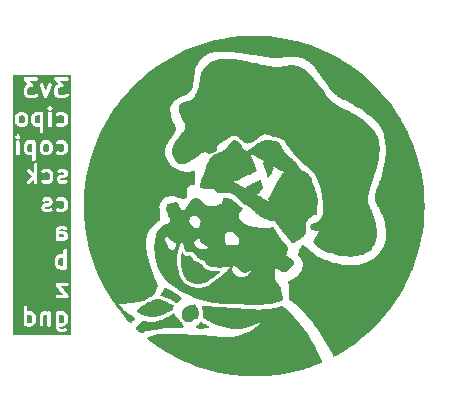
<source format=gbr>
%TF.GenerationSoftware,KiCad,Pcbnew,7.0.9*%
%TF.CreationDate,2024-01-18T20:35:56-05:00*%
%TF.ProjectId,mt6835-nema17,6d743638-3335-42d6-9e65-6d6131372e6b,rev?*%
%TF.SameCoordinates,PX85e0760PY599de50*%
%TF.FileFunction,Legend,Bot*%
%TF.FilePolarity,Positive*%
%FSLAX46Y46*%
G04 Gerber Fmt 4.6, Leading zero omitted, Abs format (unit mm)*
G04 Created by KiCad (PCBNEW 7.0.9) date 2024-01-18 20:35:56*
%MOMM*%
%LPD*%
G01*
G04 APERTURE LIST*
%ADD10C,0.300000*%
G04 APERTURE END LIST*
D10*
G36*
X-16134793Y-9255535D02*
G01*
X-16097789Y-9292539D01*
X-16053083Y-9381951D01*
X-16053083Y-9739704D01*
X-16097790Y-9829117D01*
X-16134795Y-9866122D01*
X-16224207Y-9910828D01*
X-16439101Y-9910828D01*
X-16467368Y-9896694D01*
X-16467368Y-9224961D01*
X-16439101Y-9210828D01*
X-16224207Y-9210828D01*
X-16134793Y-9255535D01*
G37*
G36*
X-18849079Y-9255535D02*
G01*
X-18812075Y-9292539D01*
X-18767369Y-9381951D01*
X-18767369Y-9739704D01*
X-18812076Y-9829117D01*
X-18849081Y-9866122D01*
X-18938493Y-9910828D01*
X-19153387Y-9910828D01*
X-19181654Y-9896694D01*
X-19181654Y-9224961D01*
X-19153387Y-9210828D01*
X-18938493Y-9210828D01*
X-18849079Y-9255535D01*
G37*
G36*
X-16124511Y-4394961D02*
G01*
X-16124511Y-5066694D01*
X-16152778Y-5080828D01*
X-16367673Y-5080828D01*
X-16457086Y-5036122D01*
X-16494090Y-4999118D01*
X-16538797Y-4909703D01*
X-16538797Y-4551952D01*
X-16494090Y-4462538D01*
X-16457086Y-4425534D01*
X-16367673Y-4380828D01*
X-16152778Y-4380828D01*
X-16124511Y-4394961D01*
G37*
G36*
X-16086315Y-2427630D02*
G01*
X-16053083Y-2494094D01*
X-16053083Y-2566132D01*
X-16086315Y-2632596D01*
X-16152778Y-2665828D01*
X-16439101Y-2665828D01*
X-16467368Y-2651694D01*
X-16467368Y-2394400D01*
X-16152778Y-2394400D01*
X-16086315Y-2427630D01*
G37*
G36*
X-18767368Y5265039D02*
G01*
X-18767368Y4593306D01*
X-18795635Y4579172D01*
X-19010530Y4579172D01*
X-19099943Y4623878D01*
X-19136947Y4660882D01*
X-19181654Y4750297D01*
X-19181654Y5108048D01*
X-19136947Y5197462D01*
X-19099943Y5234466D01*
X-19010530Y5279172D01*
X-18795635Y5279172D01*
X-18767368Y5265039D01*
G37*
G36*
X-17420507Y5234465D02*
G01*
X-17383503Y5197461D01*
X-17338797Y5108049D01*
X-17338797Y4750296D01*
X-17383504Y4660883D01*
X-17420509Y4623878D01*
X-17509921Y4579172D01*
X-17653387Y4579172D01*
X-17742800Y4623878D01*
X-17779804Y4660882D01*
X-17824511Y4750297D01*
X-17824511Y5108048D01*
X-17779804Y5197462D01*
X-17742800Y5234466D01*
X-17653387Y5279172D01*
X-17509921Y5279172D01*
X-17420507Y5234465D01*
G37*
G36*
X-18124511Y7680039D02*
G01*
X-18124511Y7008306D01*
X-18152778Y6994172D01*
X-18367673Y6994172D01*
X-18457086Y7038878D01*
X-18494090Y7075882D01*
X-18538797Y7165297D01*
X-18538797Y7523048D01*
X-18494090Y7612462D01*
X-18457086Y7649466D01*
X-18367673Y7694172D01*
X-18152778Y7694172D01*
X-18124511Y7680039D01*
G37*
G36*
X-19491936Y7649465D02*
G01*
X-19454932Y7612461D01*
X-19410226Y7523049D01*
X-19410226Y7165296D01*
X-19454933Y7075883D01*
X-19491938Y7038878D01*
X-19581350Y6994172D01*
X-19724816Y6994172D01*
X-19814229Y7038878D01*
X-19851233Y7075882D01*
X-19895940Y7165297D01*
X-19895940Y7523048D01*
X-19851233Y7612462D01*
X-19814229Y7649466D01*
X-19724816Y7694172D01*
X-19581350Y7694172D01*
X-19491936Y7649465D01*
G37*
G36*
X-15467368Y-10925114D02*
G01*
X-20410226Y-10925114D01*
X-20410226Y-10275114D01*
X-16767368Y-10275114D01*
X-16758445Y-10308417D01*
X-16751532Y-10342196D01*
X-16680104Y-10485053D01*
X-16664081Y-10503122D01*
X-16652006Y-10524037D01*
X-16580577Y-10595466D01*
X-16559663Y-10607540D01*
X-16541593Y-10623564D01*
X-16398735Y-10694992D01*
X-16364960Y-10701903D01*
X-16331654Y-10710828D01*
X-16117368Y-10710828D01*
X-16084065Y-10701904D01*
X-16050286Y-10694992D01*
X-15907429Y-10623564D01*
X-15849334Y-10572049D01*
X-15824780Y-10498388D01*
X-15840347Y-10422318D01*
X-15891862Y-10364223D01*
X-15965523Y-10339669D01*
X-16041592Y-10355236D01*
X-16152778Y-10410828D01*
X-16296244Y-10410828D01*
X-16385658Y-10366121D01*
X-16422663Y-10329116D01*
X-16467368Y-10239704D01*
X-16467368Y-10210828D01*
X-16188797Y-10210828D01*
X-16155494Y-10201904D01*
X-16121715Y-10194992D01*
X-15978858Y-10123564D01*
X-15960789Y-10107540D01*
X-15939874Y-10095466D01*
X-15868445Y-10024037D01*
X-15856371Y-10003122D01*
X-15840347Y-9985053D01*
X-15768919Y-9842195D01*
X-15762008Y-9808419D01*
X-15753083Y-9775114D01*
X-15753083Y-9346542D01*
X-15762008Y-9313236D01*
X-15768919Y-9279461D01*
X-15840347Y-9136603D01*
X-15856371Y-9118533D01*
X-15868446Y-9097618D01*
X-15939875Y-9026190D01*
X-15960790Y-9014115D01*
X-15978858Y-8998093D01*
X-16121715Y-8926664D01*
X-16155496Y-8919751D01*
X-16188797Y-8910828D01*
X-16474511Y-8910828D01*
X-16507812Y-8919750D01*
X-16541594Y-8926664D01*
X-16547412Y-8929572D01*
X-16617368Y-8910828D01*
X-16692368Y-8930924D01*
X-16747272Y-8985828D01*
X-16767368Y-9060828D01*
X-16767368Y-10275114D01*
X-20410226Y-10275114D01*
X-20410226Y-10060828D01*
X-19481654Y-10060828D01*
X-19461558Y-10135828D01*
X-19406654Y-10190732D01*
X-19331654Y-10210828D01*
X-19261697Y-10192083D01*
X-19255878Y-10194992D01*
X-19222103Y-10201903D01*
X-19188797Y-10210828D01*
X-18903083Y-10210828D01*
X-18869780Y-10201904D01*
X-18836001Y-10194992D01*
X-18693144Y-10123564D01*
X-18675075Y-10107540D01*
X-18654160Y-10095466D01*
X-18619522Y-10060828D01*
X-18124511Y-10060828D01*
X-18104415Y-10135828D01*
X-18049511Y-10190732D01*
X-17974511Y-10210828D01*
X-17899511Y-10190732D01*
X-17844607Y-10135828D01*
X-17824511Y-10060828D01*
X-17824511Y-9310523D01*
X-17791280Y-9244060D01*
X-17724816Y-9210828D01*
X-17581350Y-9210828D01*
X-17491936Y-9255535D01*
X-17481654Y-9265817D01*
X-17481654Y-10060828D01*
X-17461558Y-10135828D01*
X-17406654Y-10190732D01*
X-17331654Y-10210828D01*
X-17256654Y-10190732D01*
X-17201750Y-10135828D01*
X-17181654Y-10060828D01*
X-17181654Y-9060828D01*
X-17201750Y-8985828D01*
X-17256654Y-8930924D01*
X-17331654Y-8910828D01*
X-17406654Y-8930924D01*
X-17427883Y-8952152D01*
X-17478858Y-8926664D01*
X-17512639Y-8919751D01*
X-17545940Y-8910828D01*
X-17760226Y-8910828D01*
X-17793527Y-8919750D01*
X-17827309Y-8926664D01*
X-17970165Y-8998093D01*
X-17977028Y-9004178D01*
X-17985732Y-9007080D01*
X-18005723Y-9029623D01*
X-18028260Y-9049609D01*
X-18031161Y-9058311D01*
X-18037247Y-9065175D01*
X-18108675Y-9208032D01*
X-18115588Y-9241810D01*
X-18124511Y-9275114D01*
X-18124511Y-10060828D01*
X-18619522Y-10060828D01*
X-18582731Y-10024037D01*
X-18570657Y-10003122D01*
X-18554633Y-9985053D01*
X-18483205Y-9842195D01*
X-18476294Y-9808419D01*
X-18467369Y-9775114D01*
X-18467369Y-9346542D01*
X-18476294Y-9313236D01*
X-18483205Y-9279461D01*
X-18554633Y-9136603D01*
X-18570657Y-9118533D01*
X-18582732Y-9097618D01*
X-18654161Y-9026190D01*
X-18675076Y-9014115D01*
X-18693144Y-8998093D01*
X-18836001Y-8926664D01*
X-18869782Y-8919751D01*
X-18903083Y-8910828D01*
X-19181654Y-8910828D01*
X-19181654Y-8560828D01*
X-19201750Y-8485828D01*
X-19256654Y-8430924D01*
X-19331654Y-8410828D01*
X-19406654Y-8430924D01*
X-19461558Y-8485828D01*
X-19481654Y-8560828D01*
X-19481654Y-10060828D01*
X-20410226Y-10060828D01*
X-20410226Y-7645828D01*
X-16767368Y-7645828D01*
X-16747272Y-7720828D01*
X-16692368Y-7775732D01*
X-16617368Y-7795828D01*
X-15831654Y-7795828D01*
X-15821158Y-7793015D01*
X-15810371Y-7794310D01*
X-15784180Y-7783107D01*
X-15756654Y-7775732D01*
X-15748970Y-7768047D01*
X-15738981Y-7763775D01*
X-15721900Y-7740977D01*
X-15701750Y-7720828D01*
X-15698938Y-7710331D01*
X-15692423Y-7701637D01*
X-15689029Y-7673351D01*
X-15681654Y-7645828D01*
X-15684467Y-7635331D01*
X-15683172Y-7624544D01*
X-15694376Y-7598348D01*
X-15701750Y-7570828D01*
X-15709433Y-7563145D01*
X-15713706Y-7553154D01*
X-16308748Y-6795828D01*
X-15831654Y-6795828D01*
X-15756654Y-6775732D01*
X-15701750Y-6720828D01*
X-15681654Y-6645828D01*
X-15701750Y-6570828D01*
X-15756654Y-6515924D01*
X-15831654Y-6495828D01*
X-16617368Y-6495828D01*
X-16627863Y-6498639D01*
X-16638652Y-6497345D01*
X-16664851Y-6508550D01*
X-16692368Y-6515924D01*
X-16700052Y-6523607D01*
X-16710041Y-6527880D01*
X-16727125Y-6550680D01*
X-16747272Y-6570828D01*
X-16750085Y-6581324D01*
X-16756599Y-6590019D01*
X-16759994Y-6618307D01*
X-16767368Y-6645828D01*
X-16764557Y-6656322D01*
X-16765851Y-6667112D01*
X-16754646Y-6693310D01*
X-16747272Y-6720828D01*
X-16739589Y-6728511D01*
X-16735316Y-6738501D01*
X-16140274Y-7495828D01*
X-16617368Y-7495828D01*
X-16692368Y-7515924D01*
X-16747272Y-7570828D01*
X-16767368Y-7645828D01*
X-20410226Y-7645828D01*
X-20410226Y-4945114D01*
X-16838797Y-4945114D01*
X-16829874Y-4978415D01*
X-16822961Y-5012196D01*
X-16751532Y-5155053D01*
X-16735510Y-5173121D01*
X-16723435Y-5194036D01*
X-16652007Y-5265465D01*
X-16631092Y-5277540D01*
X-16613022Y-5293564D01*
X-16470164Y-5364992D01*
X-16436389Y-5371903D01*
X-16403083Y-5380828D01*
X-16117368Y-5380828D01*
X-16084065Y-5371904D01*
X-16050286Y-5364992D01*
X-16044469Y-5362083D01*
X-15974511Y-5380828D01*
X-15899511Y-5360732D01*
X-15844607Y-5305828D01*
X-15824511Y-5230828D01*
X-15824511Y-3730828D01*
X-15844607Y-3655828D01*
X-15899511Y-3600924D01*
X-15974511Y-3580828D01*
X-16049511Y-3600924D01*
X-16104415Y-3655828D01*
X-16124511Y-3730828D01*
X-16124511Y-4080828D01*
X-16403083Y-4080828D01*
X-16436384Y-4089750D01*
X-16470166Y-4096664D01*
X-16613022Y-4168093D01*
X-16631091Y-4184115D01*
X-16652006Y-4196191D01*
X-16723434Y-4267619D01*
X-16735510Y-4288534D01*
X-16751532Y-4306603D01*
X-16822961Y-4449460D01*
X-16829874Y-4483240D01*
X-16838797Y-4516542D01*
X-16838797Y-4945114D01*
X-20410226Y-4945114D01*
X-20410226Y-2815828D01*
X-16767368Y-2815828D01*
X-16747272Y-2890828D01*
X-16692368Y-2945732D01*
X-16617368Y-2965828D01*
X-16547411Y-2947083D01*
X-16541592Y-2949992D01*
X-16507817Y-2956903D01*
X-16474511Y-2965828D01*
X-16117368Y-2965828D01*
X-16084065Y-2956904D01*
X-16050286Y-2949992D01*
X-15907429Y-2878564D01*
X-15900565Y-2872476D01*
X-15891862Y-2869576D01*
X-15871879Y-2847040D01*
X-15849334Y-2827049D01*
X-15846433Y-2818343D01*
X-15840347Y-2811481D01*
X-15768918Y-2668623D01*
X-15762005Y-2634838D01*
X-15753083Y-2601542D01*
X-15753083Y-2458685D01*
X-15762008Y-2425379D01*
X-15768919Y-2391604D01*
X-15840347Y-2248746D01*
X-15846433Y-2241883D01*
X-15849334Y-2233179D01*
X-15871875Y-2213191D01*
X-15891862Y-2190651D01*
X-15900567Y-2187749D01*
X-15907429Y-2181664D01*
X-16050286Y-2110236D01*
X-16084065Y-2103323D01*
X-16117368Y-2094400D01*
X-16439101Y-2094400D01*
X-16467368Y-2080266D01*
X-16467368Y-2065523D01*
X-16434137Y-1999060D01*
X-16367673Y-1965828D01*
X-16152778Y-1965828D01*
X-16041594Y-2021421D01*
X-15965524Y-2036988D01*
X-15891863Y-2012434D01*
X-15840347Y-1954339D01*
X-15824780Y-1878270D01*
X-15849334Y-1804609D01*
X-15907429Y-1753093D01*
X-16050286Y-1681664D01*
X-16084067Y-1674751D01*
X-16117368Y-1665828D01*
X-16403083Y-1665828D01*
X-16436384Y-1674750D01*
X-16470166Y-1681664D01*
X-16613022Y-1753093D01*
X-16619885Y-1759178D01*
X-16628589Y-1762080D01*
X-16648580Y-1784623D01*
X-16671117Y-1804609D01*
X-16674018Y-1813311D01*
X-16680104Y-1820175D01*
X-16751532Y-1963032D01*
X-16758445Y-1996810D01*
X-16767368Y-2030114D01*
X-16767368Y-2815828D01*
X-20410226Y-2815828D01*
X-20410226Y-186542D01*
X-17981654Y-186542D01*
X-17972731Y-219843D01*
X-17965818Y-253624D01*
X-17894389Y-396482D01*
X-17888304Y-403344D01*
X-17885402Y-412049D01*
X-17862862Y-432036D01*
X-17842874Y-454577D01*
X-17834170Y-457478D01*
X-17827307Y-463564D01*
X-17684449Y-534992D01*
X-17650674Y-541903D01*
X-17617368Y-550828D01*
X-17331654Y-550828D01*
X-17298351Y-541904D01*
X-17264572Y-534992D01*
X-17121715Y-463564D01*
X-17063620Y-412049D01*
X-17039066Y-338388D01*
X-16767099Y-338388D01*
X-16742545Y-412049D01*
X-16684450Y-463564D01*
X-16541592Y-534992D01*
X-16507817Y-541903D01*
X-16474511Y-550828D01*
X-16188797Y-550828D01*
X-16155494Y-541904D01*
X-16121715Y-534992D01*
X-15978858Y-463564D01*
X-15960789Y-447540D01*
X-15939874Y-435466D01*
X-15868445Y-364037D01*
X-15856371Y-343122D01*
X-15840347Y-325053D01*
X-15768919Y-182195D01*
X-15762008Y-148419D01*
X-15753083Y-115114D01*
X-15753083Y313458D01*
X-15762008Y346764D01*
X-15768919Y380539D01*
X-15840347Y523397D01*
X-15856371Y541467D01*
X-15868446Y562382D01*
X-15939875Y633810D01*
X-15960790Y645885D01*
X-15978858Y661907D01*
X-16121715Y733336D01*
X-16155496Y740249D01*
X-16188797Y749172D01*
X-16474511Y749172D01*
X-16507812Y740250D01*
X-16541594Y733336D01*
X-16684450Y661907D01*
X-16742545Y610391D01*
X-16767099Y536730D01*
X-16751532Y460661D01*
X-16700016Y402566D01*
X-16626355Y378012D01*
X-16550286Y393579D01*
X-16439101Y449172D01*
X-16224207Y449172D01*
X-16134793Y404465D01*
X-16097789Y367461D01*
X-16053083Y278049D01*
X-16053083Y-79704D01*
X-16097790Y-169117D01*
X-16134795Y-206122D01*
X-16224207Y-250828D01*
X-16439101Y-250828D01*
X-16550286Y-195236D01*
X-16626356Y-179669D01*
X-16700017Y-204223D01*
X-16751532Y-262318D01*
X-16767099Y-338388D01*
X-17039066Y-338388D01*
X-17054633Y-262318D01*
X-17106148Y-204223D01*
X-17179809Y-179669D01*
X-17255878Y-195236D01*
X-17367064Y-250828D01*
X-17581958Y-250828D01*
X-17648422Y-217596D01*
X-17681654Y-151132D01*
X-17681654Y-150524D01*
X-17648422Y-84059D01*
X-17581958Y-50828D01*
X-17403082Y-50828D01*
X-17369779Y-41904D01*
X-17336000Y-34992D01*
X-17193143Y36436D01*
X-17186279Y42524D01*
X-17177576Y45424D01*
X-17157593Y67960D01*
X-17135048Y87951D01*
X-17132147Y96657D01*
X-17126061Y103519D01*
X-17054632Y246377D01*
X-17047719Y280162D01*
X-17038797Y313458D01*
X-17038797Y384886D01*
X-17047722Y418192D01*
X-17054633Y451967D01*
X-17126061Y594825D01*
X-17132148Y601689D01*
X-17135048Y610391D01*
X-17157586Y630377D01*
X-17177576Y652920D01*
X-17186281Y655822D01*
X-17193143Y661907D01*
X-17336000Y733336D01*
X-17369781Y740249D01*
X-17403082Y749172D01*
X-17617368Y749172D01*
X-17650669Y740250D01*
X-17684451Y733336D01*
X-17827307Y661907D01*
X-17885402Y610391D01*
X-17909956Y536730D01*
X-17894389Y460661D01*
X-17842873Y402566D01*
X-17769212Y378012D01*
X-17693143Y393579D01*
X-17581958Y449172D01*
X-17438492Y449172D01*
X-17372029Y415940D01*
X-17338797Y349477D01*
X-17338797Y348868D01*
X-17372029Y282404D01*
X-17438492Y249172D01*
X-17617368Y249172D01*
X-17650669Y240250D01*
X-17684451Y233336D01*
X-17827307Y161907D01*
X-17834171Y155821D01*
X-17842873Y152920D01*
X-17862862Y130380D01*
X-17885402Y110391D01*
X-17888303Y101689D01*
X-17894389Y94825D01*
X-17965818Y-48032D01*
X-17972731Y-81812D01*
X-17981654Y-115114D01*
X-17981654Y-186542D01*
X-20410226Y-186542D01*
X-20410226Y2032115D01*
X-19194863Y2032115D01*
X-19183882Y1955249D01*
X-19135940Y1894172D01*
X-19063883Y1865249D01*
X-18987017Y1876230D01*
X-18925940Y1924172D01*
X-18624511Y2326077D01*
X-18624511Y2014172D01*
X-18604415Y1939172D01*
X-18549511Y1884268D01*
X-18474511Y1864172D01*
X-18399511Y1884268D01*
X-18344607Y1939172D01*
X-18324511Y2014172D01*
X-18324511Y2076612D01*
X-17981385Y2076612D01*
X-17956831Y2002951D01*
X-17898736Y1951436D01*
X-17755878Y1880008D01*
X-17722103Y1873097D01*
X-17688797Y1864172D01*
X-17403083Y1864172D01*
X-17369780Y1873096D01*
X-17336001Y1880008D01*
X-17193144Y1951436D01*
X-17175075Y1967460D01*
X-17154160Y1979534D01*
X-17082731Y2050963D01*
X-17070657Y2071878D01*
X-17054633Y2089947D01*
X-16985378Y2228458D01*
X-16695940Y2228458D01*
X-16687017Y2195157D01*
X-16680104Y2161376D01*
X-16608675Y2018518D01*
X-16602590Y2011656D01*
X-16599688Y2002951D01*
X-16577148Y1982964D01*
X-16557160Y1960423D01*
X-16548456Y1957522D01*
X-16541593Y1951436D01*
X-16398735Y1880008D01*
X-16364960Y1873097D01*
X-16331654Y1864172D01*
X-16045940Y1864172D01*
X-16012637Y1873096D01*
X-15978858Y1880008D01*
X-15836001Y1951436D01*
X-15777906Y2002951D01*
X-15753352Y2076612D01*
X-15768919Y2152682D01*
X-15820434Y2210777D01*
X-15894095Y2235331D01*
X-15970164Y2219764D01*
X-16081350Y2164172D01*
X-16296244Y2164172D01*
X-16362708Y2197404D01*
X-16395940Y2263868D01*
X-16395940Y2264476D01*
X-16362708Y2330941D01*
X-16296244Y2364172D01*
X-16117368Y2364172D01*
X-16084065Y2373096D01*
X-16050286Y2380008D01*
X-15907429Y2451436D01*
X-15900565Y2457524D01*
X-15891862Y2460424D01*
X-15871879Y2482960D01*
X-15849334Y2502951D01*
X-15846433Y2511657D01*
X-15840347Y2518519D01*
X-15768918Y2661377D01*
X-15762005Y2695162D01*
X-15753083Y2728458D01*
X-15753083Y2799886D01*
X-15762008Y2833192D01*
X-15768919Y2866967D01*
X-15840347Y3009825D01*
X-15846434Y3016689D01*
X-15849334Y3025391D01*
X-15871872Y3045377D01*
X-15891862Y3067920D01*
X-15900567Y3070822D01*
X-15907429Y3076907D01*
X-16050286Y3148336D01*
X-16084067Y3155249D01*
X-16117368Y3164172D01*
X-16331654Y3164172D01*
X-16364955Y3155250D01*
X-16398737Y3148336D01*
X-16541593Y3076907D01*
X-16599688Y3025391D01*
X-16624242Y2951730D01*
X-16608675Y2875661D01*
X-16557159Y2817566D01*
X-16483498Y2793012D01*
X-16407429Y2808579D01*
X-16296244Y2864172D01*
X-16152778Y2864172D01*
X-16086315Y2830940D01*
X-16053083Y2764477D01*
X-16053083Y2763868D01*
X-16086315Y2697404D01*
X-16152778Y2664172D01*
X-16331654Y2664172D01*
X-16364955Y2655250D01*
X-16398737Y2648336D01*
X-16541593Y2576907D01*
X-16548457Y2570821D01*
X-16557159Y2567920D01*
X-16577148Y2545380D01*
X-16599688Y2525391D01*
X-16602589Y2516689D01*
X-16608675Y2509825D01*
X-16680104Y2366968D01*
X-16687017Y2333188D01*
X-16695940Y2299886D01*
X-16695940Y2228458D01*
X-16985378Y2228458D01*
X-16983205Y2232805D01*
X-16976294Y2266581D01*
X-16967369Y2299886D01*
X-16967369Y2728458D01*
X-16976294Y2761764D01*
X-16983205Y2795539D01*
X-17054633Y2938397D01*
X-17070657Y2956467D01*
X-17082732Y2977382D01*
X-17154161Y3048810D01*
X-17175076Y3060885D01*
X-17193144Y3076907D01*
X-17336001Y3148336D01*
X-17369782Y3155249D01*
X-17403083Y3164172D01*
X-17688797Y3164172D01*
X-17722098Y3155250D01*
X-17755880Y3148336D01*
X-17898736Y3076907D01*
X-17956831Y3025391D01*
X-17981385Y2951730D01*
X-17965818Y2875661D01*
X-17914302Y2817566D01*
X-17840641Y2793012D01*
X-17764572Y2808579D01*
X-17653387Y2864172D01*
X-17438493Y2864172D01*
X-17349079Y2819465D01*
X-17312075Y2782461D01*
X-17267369Y2693049D01*
X-17267369Y2335296D01*
X-17312076Y2245883D01*
X-17349081Y2208878D01*
X-17438493Y2164172D01*
X-17653387Y2164172D01*
X-17764572Y2219764D01*
X-17840642Y2235331D01*
X-17914303Y2210777D01*
X-17965818Y2152682D01*
X-17981385Y2076612D01*
X-18324511Y2076612D01*
X-18324511Y3514172D01*
X-18344607Y3589172D01*
X-18399511Y3644076D01*
X-18474511Y3664172D01*
X-18549511Y3644076D01*
X-18604415Y3589172D01*
X-18624511Y3514172D01*
X-18624511Y2804875D01*
X-18939874Y3120238D01*
X-19007117Y3159061D01*
X-19084763Y3159061D01*
X-19152006Y3120238D01*
X-19190829Y3052995D01*
X-19190829Y2975349D01*
X-19152006Y2908106D01*
X-18815425Y2571525D01*
X-19165940Y2104172D01*
X-19194863Y2032115D01*
X-20410226Y2032115D01*
X-20410226Y4429172D01*
X-20124511Y4429172D01*
X-20104415Y4354172D01*
X-20049511Y4299268D01*
X-19974511Y4279172D01*
X-19899511Y4299268D01*
X-19844607Y4354172D01*
X-19824511Y4429172D01*
X-19824511Y4714886D01*
X-19481654Y4714886D01*
X-19472731Y4681585D01*
X-19465818Y4647804D01*
X-19394389Y4504947D01*
X-19378367Y4486879D01*
X-19366292Y4465964D01*
X-19294864Y4394535D01*
X-19273949Y4382460D01*
X-19255879Y4366436D01*
X-19113021Y4295008D01*
X-19079246Y4288097D01*
X-19045940Y4279172D01*
X-18767368Y4279172D01*
X-18767368Y3929172D01*
X-18747272Y3854172D01*
X-18692368Y3799268D01*
X-18617368Y3779172D01*
X-18542368Y3799268D01*
X-18487464Y3854172D01*
X-18467368Y3929172D01*
X-18467368Y4714886D01*
X-18124511Y4714886D01*
X-18115588Y4681585D01*
X-18108675Y4647804D01*
X-18037246Y4504947D01*
X-18021224Y4486879D01*
X-18009149Y4465964D01*
X-17937721Y4394535D01*
X-17916806Y4382460D01*
X-17898736Y4366436D01*
X-17755878Y4295008D01*
X-17722103Y4288097D01*
X-17688797Y4279172D01*
X-17474511Y4279172D01*
X-17441208Y4288096D01*
X-17407429Y4295008D01*
X-17264572Y4366436D01*
X-17246503Y4382460D01*
X-17225588Y4394534D01*
X-17154159Y4465963D01*
X-17142085Y4486878D01*
X-17137887Y4491612D01*
X-16767099Y4491612D01*
X-16742545Y4417951D01*
X-16684450Y4366436D01*
X-16541592Y4295008D01*
X-16507817Y4288097D01*
X-16474511Y4279172D01*
X-16188797Y4279172D01*
X-16155494Y4288096D01*
X-16121715Y4295008D01*
X-15978858Y4366436D01*
X-15960789Y4382460D01*
X-15939874Y4394534D01*
X-15868445Y4465963D01*
X-15856371Y4486878D01*
X-15840347Y4504947D01*
X-15768919Y4647805D01*
X-15762008Y4681581D01*
X-15753083Y4714886D01*
X-15753083Y5143458D01*
X-15762008Y5176764D01*
X-15768919Y5210539D01*
X-15840347Y5353397D01*
X-15856371Y5371467D01*
X-15868446Y5392382D01*
X-15939875Y5463810D01*
X-15960790Y5475885D01*
X-15978858Y5491907D01*
X-16121715Y5563336D01*
X-16155496Y5570249D01*
X-16188797Y5579172D01*
X-16474511Y5579172D01*
X-16507812Y5570250D01*
X-16541594Y5563336D01*
X-16684450Y5491907D01*
X-16742545Y5440391D01*
X-16767099Y5366730D01*
X-16751532Y5290661D01*
X-16700016Y5232566D01*
X-16626355Y5208012D01*
X-16550286Y5223579D01*
X-16439101Y5279172D01*
X-16224207Y5279172D01*
X-16134793Y5234465D01*
X-16097789Y5197461D01*
X-16053083Y5108049D01*
X-16053083Y4750296D01*
X-16097790Y4660883D01*
X-16134795Y4623878D01*
X-16224207Y4579172D01*
X-16439101Y4579172D01*
X-16550286Y4634764D01*
X-16626356Y4650331D01*
X-16700017Y4625777D01*
X-16751532Y4567682D01*
X-16767099Y4491612D01*
X-17137887Y4491612D01*
X-17126061Y4504947D01*
X-17054633Y4647805D01*
X-17047722Y4681581D01*
X-17038797Y4714886D01*
X-17038797Y5143458D01*
X-17047722Y5176764D01*
X-17054633Y5210539D01*
X-17126061Y5353397D01*
X-17142085Y5371467D01*
X-17154160Y5392382D01*
X-17225589Y5463810D01*
X-17246504Y5475885D01*
X-17264572Y5491907D01*
X-17407429Y5563336D01*
X-17441210Y5570249D01*
X-17474511Y5579172D01*
X-17688797Y5579172D01*
X-17722098Y5570250D01*
X-17755880Y5563336D01*
X-17898736Y5491907D01*
X-17916805Y5475885D01*
X-17937720Y5463809D01*
X-18009148Y5392381D01*
X-18021224Y5371466D01*
X-18037246Y5353397D01*
X-18108675Y5210540D01*
X-18115588Y5176760D01*
X-18124511Y5143458D01*
X-18124511Y4714886D01*
X-18467368Y4714886D01*
X-18467368Y5429172D01*
X-18487464Y5504172D01*
X-18542368Y5559076D01*
X-18617368Y5579172D01*
X-18687326Y5560428D01*
X-18693143Y5563336D01*
X-18726924Y5570249D01*
X-18760225Y5579172D01*
X-19045940Y5579172D01*
X-19079241Y5570250D01*
X-19113023Y5563336D01*
X-19255879Y5491907D01*
X-19273948Y5475885D01*
X-19294863Y5463809D01*
X-19366291Y5392381D01*
X-19378367Y5371466D01*
X-19394389Y5353397D01*
X-19465818Y5210540D01*
X-19472731Y5176760D01*
X-19481654Y5143458D01*
X-19481654Y4714886D01*
X-19824511Y4714886D01*
X-19824511Y5429172D01*
X-19844607Y5504172D01*
X-19899511Y5559076D01*
X-19974511Y5579172D01*
X-20049511Y5559076D01*
X-20104415Y5504172D01*
X-20124511Y5429172D01*
X-20124511Y4429172D01*
X-20410226Y4429172D01*
X-20410226Y5818919D01*
X-20190829Y5818919D01*
X-20172004Y5786315D01*
X-20152007Y5751678D01*
X-20152005Y5751676D01*
X-20080576Y5680248D01*
X-20063475Y5670375D01*
X-20049511Y5656411D01*
X-20030437Y5651300D01*
X-20013334Y5641426D01*
X-20013333Y5641426D01*
X-19993586Y5641426D01*
X-19974511Y5636315D01*
X-19955436Y5641426D01*
X-19935687Y5641426D01*
X-19918585Y5651301D01*
X-19899511Y5656411D01*
X-19885547Y5670376D01*
X-19868447Y5680248D01*
X-19868445Y5680249D01*
X-19797017Y5751677D01*
X-19777019Y5786315D01*
X-19758194Y5818919D01*
X-19758194Y5896565D01*
X-19758194Y5896566D01*
X-19797017Y5963809D01*
X-19868444Y6035237D01*
X-19868445Y6035238D01*
X-19885547Y6045112D01*
X-19899511Y6059076D01*
X-19918585Y6064187D01*
X-19935687Y6074061D01*
X-19935688Y6074061D01*
X-19955436Y6074061D01*
X-19974511Y6079172D01*
X-19993586Y6074061D01*
X-20013334Y6074061D01*
X-20030437Y6064188D01*
X-20049511Y6059076D01*
X-20063475Y6045113D01*
X-20080576Y6035239D01*
X-20080577Y6035239D01*
X-20080577Y6035238D01*
X-20152006Y5963809D01*
X-20190829Y5896566D01*
X-20190829Y5896565D01*
X-20190829Y5818919D01*
X-20410226Y5818919D01*
X-20410226Y7129886D01*
X-20195940Y7129886D01*
X-20187017Y7096585D01*
X-20180104Y7062804D01*
X-20108675Y6919947D01*
X-20092653Y6901879D01*
X-20080578Y6880964D01*
X-20009150Y6809535D01*
X-19988235Y6797460D01*
X-19970165Y6781436D01*
X-19827307Y6710008D01*
X-19793532Y6703097D01*
X-19760226Y6694172D01*
X-19545940Y6694172D01*
X-19512637Y6703096D01*
X-19478858Y6710008D01*
X-19336001Y6781436D01*
X-19317932Y6797460D01*
X-19297017Y6809534D01*
X-19225588Y6880963D01*
X-19213514Y6901878D01*
X-19197490Y6919947D01*
X-19126062Y7062805D01*
X-19119151Y7096581D01*
X-19110226Y7129886D01*
X-18838797Y7129886D01*
X-18829874Y7096585D01*
X-18822961Y7062804D01*
X-18751532Y6919947D01*
X-18735510Y6901879D01*
X-18723435Y6880964D01*
X-18652007Y6809535D01*
X-18631092Y6797460D01*
X-18613022Y6781436D01*
X-18470164Y6710008D01*
X-18436389Y6703097D01*
X-18403083Y6694172D01*
X-18124511Y6694172D01*
X-18124511Y6344172D01*
X-18104415Y6269172D01*
X-18049511Y6214268D01*
X-17974511Y6194172D01*
X-17899511Y6214268D01*
X-17844607Y6269172D01*
X-17824511Y6344172D01*
X-17824511Y6844172D01*
X-17410225Y6844172D01*
X-17390129Y6769172D01*
X-17335225Y6714268D01*
X-17260225Y6694172D01*
X-17185225Y6714268D01*
X-17130321Y6769172D01*
X-17110225Y6844172D01*
X-17110225Y6906612D01*
X-16767099Y6906612D01*
X-16742545Y6832951D01*
X-16684450Y6781436D01*
X-16541592Y6710008D01*
X-16507817Y6703097D01*
X-16474511Y6694172D01*
X-16188797Y6694172D01*
X-16155494Y6703096D01*
X-16121715Y6710008D01*
X-15978858Y6781436D01*
X-15960789Y6797460D01*
X-15939874Y6809534D01*
X-15868445Y6880963D01*
X-15856371Y6901878D01*
X-15840347Y6919947D01*
X-15768919Y7062805D01*
X-15762008Y7096581D01*
X-15753083Y7129886D01*
X-15753083Y7558458D01*
X-15762008Y7591764D01*
X-15768919Y7625539D01*
X-15840347Y7768397D01*
X-15856371Y7786467D01*
X-15868446Y7807382D01*
X-15939875Y7878810D01*
X-15960790Y7890885D01*
X-15978858Y7906907D01*
X-16121715Y7978336D01*
X-16155496Y7985249D01*
X-16188797Y7994172D01*
X-16474511Y7994172D01*
X-16507812Y7985250D01*
X-16541594Y7978336D01*
X-16684450Y7906907D01*
X-16742545Y7855391D01*
X-16767099Y7781730D01*
X-16751532Y7705661D01*
X-16700016Y7647566D01*
X-16626355Y7623012D01*
X-16550286Y7638579D01*
X-16439101Y7694172D01*
X-16224207Y7694172D01*
X-16134793Y7649465D01*
X-16097789Y7612461D01*
X-16053083Y7523049D01*
X-16053083Y7165296D01*
X-16097790Y7075883D01*
X-16134795Y7038878D01*
X-16224207Y6994172D01*
X-16439101Y6994172D01*
X-16550286Y7049764D01*
X-16626356Y7065331D01*
X-16700017Y7040777D01*
X-16751532Y6982682D01*
X-16767099Y6906612D01*
X-17110225Y6906612D01*
X-17110225Y7844172D01*
X-17130321Y7919172D01*
X-17185225Y7974076D01*
X-17260225Y7994172D01*
X-17335225Y7974076D01*
X-17390129Y7919172D01*
X-17410225Y7844172D01*
X-17410225Y6844172D01*
X-17824511Y6844172D01*
X-17824511Y7844172D01*
X-17844607Y7919172D01*
X-17899511Y7974076D01*
X-17974511Y7994172D01*
X-18044469Y7975428D01*
X-18050286Y7978336D01*
X-18084067Y7985249D01*
X-18117368Y7994172D01*
X-18403083Y7994172D01*
X-18436384Y7985250D01*
X-18470166Y7978336D01*
X-18613022Y7906907D01*
X-18631091Y7890885D01*
X-18652006Y7878809D01*
X-18723434Y7807381D01*
X-18735510Y7786466D01*
X-18751532Y7768397D01*
X-18822961Y7625540D01*
X-18829874Y7591760D01*
X-18838797Y7558458D01*
X-18838797Y7129886D01*
X-19110226Y7129886D01*
X-19110226Y7558458D01*
X-19119151Y7591764D01*
X-19126062Y7625539D01*
X-19197490Y7768397D01*
X-19213514Y7786467D01*
X-19225589Y7807382D01*
X-19297018Y7878810D01*
X-19317933Y7890885D01*
X-19336001Y7906907D01*
X-19478858Y7978336D01*
X-19512639Y7985249D01*
X-19545940Y7994172D01*
X-19760226Y7994172D01*
X-19793527Y7985250D01*
X-19827309Y7978336D01*
X-19970165Y7906907D01*
X-19988234Y7890885D01*
X-20009149Y7878809D01*
X-20080577Y7807381D01*
X-20092653Y7786466D01*
X-20108675Y7768397D01*
X-20180104Y7625540D01*
X-20187017Y7591760D01*
X-20195940Y7558458D01*
X-20195940Y7129886D01*
X-20410226Y7129886D01*
X-20410226Y8233919D01*
X-17476543Y8233919D01*
X-17457718Y8201315D01*
X-17437721Y8166678D01*
X-17437719Y8166676D01*
X-17366290Y8095248D01*
X-17349189Y8085375D01*
X-17335225Y8071411D01*
X-17316151Y8066300D01*
X-17299048Y8056426D01*
X-17299047Y8056426D01*
X-17279300Y8056426D01*
X-17260225Y8051315D01*
X-17241150Y8056426D01*
X-17221401Y8056426D01*
X-17204299Y8066301D01*
X-17185225Y8071411D01*
X-17171261Y8085376D01*
X-17154161Y8095248D01*
X-17154159Y8095249D01*
X-17082731Y8166677D01*
X-17062733Y8201315D01*
X-17043908Y8233919D01*
X-17043908Y8311565D01*
X-17043908Y8311566D01*
X-17082731Y8378809D01*
X-17154158Y8450237D01*
X-17154159Y8450238D01*
X-17171261Y8460112D01*
X-17185225Y8474076D01*
X-17204299Y8479187D01*
X-17221401Y8489061D01*
X-17221402Y8489061D01*
X-17241150Y8489061D01*
X-17260225Y8494172D01*
X-17279300Y8489061D01*
X-17299048Y8489061D01*
X-17316151Y8479188D01*
X-17335225Y8474076D01*
X-17349189Y8460113D01*
X-17366290Y8450239D01*
X-17366291Y8450239D01*
X-17366291Y8450238D01*
X-17437720Y8378809D01*
X-17476543Y8311566D01*
X-17476543Y8311565D01*
X-17476543Y8233919D01*
X-20410226Y8233919D01*
X-20410226Y9544886D01*
X-19481654Y9544886D01*
X-19472731Y9511585D01*
X-19465818Y9477804D01*
X-19394389Y9334947D01*
X-19378367Y9316879D01*
X-19366291Y9295963D01*
X-19294862Y9224534D01*
X-19273948Y9212460D01*
X-19255878Y9196436D01*
X-19113020Y9125008D01*
X-19079245Y9118097D01*
X-19045939Y9109172D01*
X-18617368Y9109172D01*
X-18584065Y9118096D01*
X-18550286Y9125008D01*
X-18407429Y9196436D01*
X-18389360Y9212460D01*
X-18368445Y9224534D01*
X-18297016Y9295963D01*
X-18258193Y9363206D01*
X-18258193Y9440852D01*
X-18297016Y9508095D01*
X-18364259Y9546918D01*
X-18441905Y9546918D01*
X-18509148Y9508095D01*
X-18563366Y9453878D01*
X-18652778Y9409172D01*
X-19010529Y9409172D01*
X-19099943Y9453879D01*
X-19136947Y9490883D01*
X-19181654Y9580297D01*
X-19181654Y9866619D01*
X-19136947Y9956033D01*
X-19099943Y9993037D01*
X-19010529Y10037743D01*
X-18831654Y10037743D01*
X-18817340Y10041579D01*
X-18802555Y10040593D01*
X-18780453Y10051463D01*
X-18756654Y10057839D01*
X-18746174Y10068320D01*
X-18732879Y10074857D01*
X-18719173Y10095321D01*
X-18701750Y10112743D01*
X-18697915Y10127058D01*
X-18689669Y10139368D01*
X-18688031Y10163946D01*
X-18681654Y10187743D01*
X-18685490Y10202058D01*
X-18684504Y10216842D01*
X-18695374Y10238946D01*
X-18701750Y10262743D01*
X-18712230Y10273223D01*
X-18718567Y10286111D01*
X-18122072Y10286111D01*
X-18115772Y10208722D01*
X-17758629Y9208722D01*
X-17743262Y9186490D01*
X-17731690Y9162061D01*
X-17721514Y9155027D01*
X-17714479Y9144850D01*
X-17690051Y9133279D01*
X-17667818Y9117911D01*
X-17655489Y9116908D01*
X-17644307Y9111611D01*
X-17617368Y9113805D01*
X-17590429Y9111611D01*
X-17579248Y9116908D01*
X-17566918Y9117911D01*
X-17544686Y9133279D01*
X-17520257Y9144850D01*
X-17513223Y9155027D01*
X-17503046Y9162061D01*
X-17491475Y9186490D01*
X-17476107Y9208722D01*
X-17356048Y9544886D01*
X-16910226Y9544886D01*
X-16901303Y9511585D01*
X-16894390Y9477804D01*
X-16822961Y9334947D01*
X-16806939Y9316879D01*
X-16794863Y9295963D01*
X-16723434Y9224534D01*
X-16702520Y9212460D01*
X-16684450Y9196436D01*
X-16541592Y9125008D01*
X-16507817Y9118097D01*
X-16474511Y9109172D01*
X-16045940Y9109172D01*
X-16012637Y9118096D01*
X-15978858Y9125008D01*
X-15836001Y9196436D01*
X-15817932Y9212460D01*
X-15797017Y9224534D01*
X-15725588Y9295963D01*
X-15686765Y9363206D01*
X-15686765Y9440852D01*
X-15725588Y9508095D01*
X-15792831Y9546918D01*
X-15870477Y9546918D01*
X-15937720Y9508095D01*
X-15991938Y9453878D01*
X-16081350Y9409172D01*
X-16439101Y9409172D01*
X-16528515Y9453879D01*
X-16565519Y9490883D01*
X-16610226Y9580297D01*
X-16610226Y9866619D01*
X-16565519Y9956033D01*
X-16528515Y9993037D01*
X-16439101Y10037743D01*
X-16260226Y10037743D01*
X-16245912Y10041579D01*
X-16231127Y10040593D01*
X-16209025Y10051463D01*
X-16185226Y10057839D01*
X-16174746Y10068320D01*
X-16161451Y10074857D01*
X-16147745Y10095321D01*
X-16130322Y10112743D01*
X-16126487Y10127058D01*
X-16118241Y10139368D01*
X-16116603Y10163946D01*
X-16110226Y10187743D01*
X-16114062Y10202058D01*
X-16113076Y10216842D01*
X-16123946Y10238946D01*
X-16130322Y10262743D01*
X-16140802Y10273223D01*
X-16147340Y10286519D01*
X-16429661Y10609172D01*
X-15831654Y10609172D01*
X-15756654Y10629268D01*
X-15701750Y10684172D01*
X-15681654Y10759172D01*
X-15701750Y10834172D01*
X-15756654Y10889076D01*
X-15831654Y10909172D01*
X-16760226Y10909172D01*
X-16774538Y10905338D01*
X-16789325Y10906323D01*
X-16811434Y10895452D01*
X-16835226Y10889076D01*
X-16845704Y10878599D01*
X-16859002Y10872059D01*
X-16872713Y10851590D01*
X-16890130Y10834172D01*
X-16893965Y10819860D01*
X-16902212Y10807547D01*
X-16903851Y10782965D01*
X-16910226Y10759172D01*
X-16906392Y10744861D01*
X-16907377Y10730073D01*
X-16896506Y10707965D01*
X-16890130Y10684172D01*
X-16879653Y10673695D01*
X-16873113Y10660396D01*
X-16566179Y10309614D01*
X-16684450Y10250479D01*
X-16702520Y10234456D01*
X-16723434Y10222381D01*
X-16794863Y10150952D01*
X-16806939Y10130037D01*
X-16822961Y10111968D01*
X-16894390Y9969111D01*
X-16901303Y9935331D01*
X-16910226Y9902029D01*
X-16910226Y9544886D01*
X-17356048Y9544886D01*
X-17118964Y10208721D01*
X-17112664Y10286111D01*
X-17145903Y10356283D01*
X-17209775Y10400433D01*
X-17287164Y10406733D01*
X-17357336Y10373494D01*
X-17401486Y10309622D01*
X-17617368Y9705153D01*
X-17833250Y10309622D01*
X-17877400Y10373494D01*
X-17947572Y10406733D01*
X-18024961Y10400433D01*
X-18088833Y10356283D01*
X-18122072Y10286111D01*
X-18718567Y10286111D01*
X-18718768Y10286519D01*
X-19001089Y10609172D01*
X-18403082Y10609172D01*
X-18328082Y10629268D01*
X-18273178Y10684172D01*
X-18253082Y10759172D01*
X-18273178Y10834172D01*
X-18328082Y10889076D01*
X-18403082Y10909172D01*
X-19331654Y10909172D01*
X-19345966Y10905338D01*
X-19360753Y10906323D01*
X-19382862Y10895452D01*
X-19406654Y10889076D01*
X-19417132Y10878599D01*
X-19430430Y10872059D01*
X-19444141Y10851590D01*
X-19461558Y10834172D01*
X-19465393Y10819860D01*
X-19473640Y10807547D01*
X-19475279Y10782965D01*
X-19481654Y10759172D01*
X-19477820Y10744861D01*
X-19478805Y10730073D01*
X-19467934Y10707965D01*
X-19461558Y10684172D01*
X-19451081Y10673695D01*
X-19444541Y10660396D01*
X-19137607Y10309614D01*
X-19255878Y10250479D01*
X-19273948Y10234456D01*
X-19294862Y10222381D01*
X-19366291Y10150952D01*
X-19378367Y10130037D01*
X-19394389Y10111968D01*
X-19465818Y9969111D01*
X-19472731Y9935331D01*
X-19481654Y9902029D01*
X-19481654Y9544886D01*
X-20410226Y9544886D01*
X-20410226Y11123458D01*
X-15467368Y11123458D01*
X-15467368Y-10925114D01*
G37*
%TO.C,G\u002A\u002A\u002A*%
G36*
X16374966Y-2623755D02*
G01*
X16366420Y-2632302D01*
X16357873Y-2623755D01*
X16366420Y-2615209D01*
X16374966Y-2623755D01*
G37*
G36*
X16374966Y-2589569D02*
G01*
X16366420Y-2598116D01*
X16357873Y-2589569D01*
X16366420Y-2581023D01*
X16374966Y-2589569D01*
G37*
G36*
X5914132Y-15477591D02*
G01*
X5905585Y-15486137D01*
X5897039Y-15477591D01*
X5905585Y-15469044D01*
X5914132Y-15477591D01*
G37*
G36*
X4427052Y-15956191D02*
G01*
X4418506Y-15964738D01*
X4409960Y-15956191D01*
X4418506Y-15947645D01*
X4427052Y-15956191D01*
G37*
G36*
X3452759Y16161305D02*
G01*
X3444213Y16152759D01*
X3435666Y16161305D01*
X3444213Y16169852D01*
X3452759Y16161305D01*
G37*
G36*
X-4666353Y-15836541D02*
G01*
X-4674899Y-15845088D01*
X-4683446Y-15836541D01*
X-4674899Y-15827995D01*
X-4666353Y-15836541D01*
G37*
G36*
X-6905518Y14998991D02*
G01*
X-6914065Y14990444D01*
X-6922611Y14998991D01*
X-6914065Y15007537D01*
X-6905518Y14998991D01*
G37*
G36*
X-11486407Y-11853903D02*
G01*
X-11494953Y-11862450D01*
X-11503499Y-11853903D01*
X-11494953Y-11845357D01*
X-11486407Y-11853903D01*
G37*
G36*
X-16084388Y-3580956D02*
G01*
X-16092934Y-3589502D01*
X-16101481Y-3580956D01*
X-16092934Y-3572409D01*
X-16084388Y-3580956D01*
G37*
G36*
X16511709Y-1538358D02*
G01*
X16510476Y-1547407D01*
X16500314Y-1549753D01*
X16498268Y-1547248D01*
X16500314Y-1526963D01*
X16505455Y-1524289D01*
X16511709Y-1538358D01*
G37*
G36*
X1686496Y16437640D02*
G01*
X1689170Y16432499D01*
X1675101Y16426245D01*
X1666052Y16427478D01*
X1663706Y16437640D01*
X1666211Y16439686D01*
X1686496Y16437640D01*
G37*
G36*
X934410Y16506012D02*
G01*
X937084Y16500870D01*
X923015Y16494616D01*
X913966Y16495850D01*
X911620Y16506012D01*
X914125Y16508057D01*
X934410Y16506012D01*
G37*
G36*
X-16084388Y-3623688D02*
G01*
X-16085621Y-3632737D01*
X-16095783Y-3635083D01*
X-16097829Y-3632578D01*
X-16095783Y-3612293D01*
X-16090642Y-3609618D01*
X-16084388Y-3623688D01*
G37*
G36*
X-16426245Y1264872D02*
G01*
X-16427479Y1255823D01*
X-16437640Y1253477D01*
X-16439686Y1255982D01*
X-16437640Y1276267D01*
X-16432499Y1278941D01*
X-16426245Y1264872D01*
G37*
G36*
X-11989658Y-11350433D02*
G01*
X-11973553Y-11366756D01*
X-11970369Y-11372808D01*
X-11971536Y-11383849D01*
X-11974541Y-11383080D01*
X-11990646Y-11366756D01*
X-11993830Y-11360705D01*
X-11992664Y-11349664D01*
X-11989658Y-11350433D01*
G37*
G36*
X-4467023Y-9818081D02*
G01*
X-4430138Y-9838417D01*
X-4428082Y-9839816D01*
X-4395387Y-9859341D01*
X-4340241Y-9889960D01*
X-4269822Y-9927754D01*
X-4191308Y-9968804D01*
X-4087749Y-10022963D01*
X-3985286Y-10079050D01*
X-3908393Y-10125095D01*
X-3853974Y-10163316D01*
X-3818934Y-10195931D01*
X-3800180Y-10225161D01*
X-3794616Y-10253223D01*
X-3796270Y-10258107D01*
X-3822216Y-10275985D01*
X-3876170Y-10296424D01*
X-3953637Y-10318113D01*
X-4050121Y-10339744D01*
X-4161129Y-10360005D01*
X-4308504Y-10378532D01*
X-4540615Y-10386421D01*
X-4606201Y-10384392D01*
X-4676759Y-10379815D01*
X-4728798Y-10371824D01*
X-4771512Y-10358834D01*
X-4814101Y-10339259D01*
X-4821553Y-10335397D01*
X-4869052Y-10306654D01*
X-4893252Y-10279482D01*
X-4902218Y-10245280D01*
X-4902708Y-10238975D01*
X-4898099Y-10203708D01*
X-4876782Y-10166558D01*
X-4833613Y-10117978D01*
X-4828552Y-10112774D01*
X-4753074Y-10036983D01*
X-4679524Y-9966187D01*
X-4612268Y-9904303D01*
X-4555670Y-9855250D01*
X-4514096Y-9822945D01*
X-4491911Y-9811306D01*
X-4467023Y-9818081D01*
G37*
G36*
X-7449118Y-6959622D02*
G01*
X-7380804Y-6982660D01*
X-7286681Y-7017514D01*
X-7201329Y-7050798D01*
X-7082356Y-7101679D01*
X-6960044Y-7158208D01*
X-6841465Y-7216859D01*
X-6733690Y-7274110D01*
X-6643791Y-7326435D01*
X-6578841Y-7370309D01*
X-6566924Y-7379676D01*
X-6513329Y-7424565D01*
X-6445045Y-7484656D01*
X-6369607Y-7553237D01*
X-6294546Y-7623596D01*
X-6106176Y-7803248D01*
X-6216349Y-7921266D01*
X-6230502Y-7936547D01*
X-6293104Y-8006317D01*
X-6355090Y-8078267D01*
X-6404880Y-8139023D01*
X-6411146Y-8146971D01*
X-6448777Y-8193515D01*
X-6476918Y-8226337D01*
X-6489878Y-8238762D01*
X-6503099Y-8231860D01*
X-6539838Y-8209887D01*
X-6593921Y-8176423D01*
X-6659309Y-8135162D01*
X-6866862Y-8010752D01*
X-7107373Y-7885103D01*
X-7343669Y-7781041D01*
X-7570701Y-7700764D01*
X-7783421Y-7646464D01*
X-7787306Y-7645690D01*
X-7866374Y-7629412D01*
X-7932163Y-7614928D01*
X-7977908Y-7603790D01*
X-7996845Y-7597547D01*
X-7995207Y-7590285D01*
X-7978049Y-7558702D01*
X-7945451Y-7506286D01*
X-7900252Y-7437275D01*
X-7845290Y-7355905D01*
X-7783402Y-7266414D01*
X-7717426Y-7173038D01*
X-7650201Y-7080015D01*
X-7636944Y-7061812D01*
X-7597649Y-7008569D01*
X-7565888Y-6972875D01*
X-7534991Y-6953583D01*
X-7498290Y-6949548D01*
X-7449118Y-6959622D01*
G37*
G36*
X-4928638Y-8368288D02*
G01*
X-4866644Y-8459540D01*
X-4805291Y-8575140D01*
X-4749835Y-8703618D01*
X-4704862Y-8834337D01*
X-4674957Y-8956662D01*
X-4664304Y-9023177D01*
X-4660274Y-9083306D01*
X-4664735Y-9144045D01*
X-4677864Y-9221602D01*
X-4682231Y-9245986D01*
X-4695199Y-9362825D01*
X-4694235Y-9467046D01*
X-4684382Y-9575747D01*
X-4765105Y-9561472D01*
X-4779484Y-9558964D01*
X-4865042Y-9546972D01*
X-4928991Y-9546915D01*
X-4981279Y-9561296D01*
X-5031850Y-9592618D01*
X-5090652Y-9643382D01*
X-5132686Y-9679880D01*
X-5235510Y-9753506D01*
X-5341697Y-9810989D01*
X-5440342Y-9846010D01*
X-5485970Y-9855469D01*
X-5537537Y-9859550D01*
X-5592355Y-9853458D01*
X-5664914Y-9836584D01*
X-5712151Y-9822360D01*
X-5821429Y-9770091D01*
X-5912706Y-9693627D01*
X-5988970Y-9590044D01*
X-6053208Y-9456417D01*
X-6067951Y-9415658D01*
X-6080217Y-9367844D01*
X-6087694Y-9312642D01*
X-6091516Y-9241129D01*
X-6092816Y-9144381D01*
X-6092825Y-9062153D01*
X-6091148Y-8995410D01*
X-6086279Y-8946266D01*
X-6076749Y-8905986D01*
X-6061093Y-8865837D01*
X-6037842Y-8817086D01*
X-5984168Y-8723557D01*
X-5916156Y-8642384D01*
X-5829943Y-8574407D01*
X-5717564Y-8512039D01*
X-5696225Y-8501872D01*
X-5580238Y-8453092D01*
X-5456978Y-8413009D01*
X-5317478Y-8379028D01*
X-5152772Y-8348552D01*
X-4968663Y-8318339D01*
X-4928638Y-8368288D01*
G37*
G36*
X-8072452Y-7880021D02*
G01*
X-7970046Y-7888783D01*
X-7887651Y-7904921D01*
X-7855755Y-7915101D01*
X-7777934Y-7943810D01*
X-7679908Y-7983366D01*
X-7566857Y-8031380D01*
X-7443961Y-8085460D01*
X-7316400Y-8143216D01*
X-7189353Y-8202258D01*
X-7068001Y-8260195D01*
X-6957523Y-8314637D01*
X-6863100Y-8363193D01*
X-6789911Y-8403474D01*
X-6743136Y-8433088D01*
X-6735296Y-8438923D01*
X-6719117Y-8455420D01*
X-6722868Y-8473862D01*
X-6747242Y-8506641D01*
X-6806408Y-8589414D01*
X-6854977Y-8681098D01*
X-6876486Y-8759681D01*
X-6883441Y-8827640D01*
X-7044042Y-8889748D01*
X-7045149Y-8890176D01*
X-7124765Y-8922648D01*
X-7222464Y-8964911D01*
X-7325966Y-9011543D01*
X-7422992Y-9057118D01*
X-7531295Y-9108131D01*
X-7754173Y-9205245D01*
X-7963516Y-9285648D01*
X-8154981Y-9347737D01*
X-8324226Y-9389910D01*
X-8324534Y-9389971D01*
X-8358297Y-9392785D01*
X-8417769Y-9394131D01*
X-8494644Y-9393937D01*
X-8580619Y-9392131D01*
X-8629173Y-9390454D01*
X-8705989Y-9386160D01*
X-8775120Y-9379034D01*
X-8844641Y-9367643D01*
X-8922628Y-9350555D01*
X-9017156Y-9326338D01*
X-9136301Y-9293558D01*
X-9183859Y-9279715D01*
X-9308275Y-9238980D01*
X-9431325Y-9192878D01*
X-9546663Y-9144191D01*
X-9647939Y-9095697D01*
X-9728807Y-9050175D01*
X-9782919Y-9010407D01*
X-9800871Y-8992415D01*
X-9834715Y-8951078D01*
X-9859112Y-8911898D01*
X-9869638Y-8882673D01*
X-9861871Y-8871198D01*
X-9852375Y-8864451D01*
X-9854406Y-8835851D01*
X-9856423Y-8821506D01*
X-9843021Y-8774129D01*
X-9805795Y-8716286D01*
X-9748612Y-8653277D01*
X-9675339Y-8590401D01*
X-9671525Y-8587533D01*
X-9621464Y-8553231D01*
X-9546539Y-8505718D01*
X-9451431Y-8447746D01*
X-9340822Y-8382068D01*
X-9219394Y-8311439D01*
X-9091828Y-8238611D01*
X-8962807Y-8166338D01*
X-8837012Y-8097374D01*
X-8826341Y-8091629D01*
X-8697693Y-8027105D01*
X-8569052Y-7970478D01*
X-8449780Y-7925607D01*
X-8349241Y-7896350D01*
X-8283606Y-7885622D01*
X-8181446Y-7878884D01*
X-8072452Y-7880021D01*
G37*
G36*
X-6766689Y-9064945D02*
G01*
X-6743098Y-9110498D01*
X-6738021Y-9120429D01*
X-6704504Y-9178387D01*
X-6661272Y-9240715D01*
X-6605218Y-9311148D01*
X-6533236Y-9393422D01*
X-6442219Y-9491273D01*
X-6329061Y-9608436D01*
X-6287154Y-9651354D01*
X-6209481Y-9731802D01*
X-6150203Y-9795470D01*
X-6105319Y-9847448D01*
X-6070829Y-9892828D01*
X-6042733Y-9936700D01*
X-6017030Y-9984153D01*
X-5989721Y-10040280D01*
X-5965733Y-10092991D01*
X-5939152Y-10157692D01*
X-5922074Y-10207456D01*
X-5917409Y-10234473D01*
X-5918389Y-10238656D01*
X-5934317Y-10264440D01*
X-5968059Y-10285827D01*
X-6021945Y-10303141D01*
X-6098304Y-10316706D01*
X-6199465Y-10326847D01*
X-6327758Y-10333889D01*
X-6485512Y-10338155D01*
X-6675056Y-10339970D01*
X-6992199Y-10345711D01*
X-7444734Y-10368470D01*
X-7906773Y-10407695D01*
X-8366958Y-10462564D01*
X-8440081Y-10472823D01*
X-8663969Y-10507891D01*
X-8857684Y-10544627D01*
X-9024313Y-10583819D01*
X-9166939Y-10626252D01*
X-9288650Y-10672713D01*
X-9392530Y-10723988D01*
X-9447182Y-10752777D01*
X-9495272Y-10774554D01*
X-9524568Y-10783610D01*
X-9542765Y-10776688D01*
X-9582561Y-10749351D01*
X-9636722Y-10705680D01*
X-9700220Y-10650407D01*
X-9768028Y-10588262D01*
X-9835118Y-10523980D01*
X-9896462Y-10462291D01*
X-9947033Y-10407929D01*
X-9981803Y-10365625D01*
X-9995744Y-10340112D01*
X-9994199Y-10325608D01*
X-9983248Y-10302827D01*
X-9960063Y-10270916D01*
X-9922135Y-10226992D01*
X-9866953Y-10168172D01*
X-9792008Y-10091571D01*
X-9694790Y-9994307D01*
X-9601913Y-9902252D01*
X-9527867Y-9829850D01*
X-9471641Y-9776615D01*
X-9430095Y-9739946D01*
X-9400092Y-9717243D01*
X-9378496Y-9705907D01*
X-9362167Y-9703338D01*
X-9347969Y-9706937D01*
X-9345141Y-9708037D01*
X-9302772Y-9720003D01*
X-9234414Y-9735021D01*
X-9147175Y-9751838D01*
X-9048161Y-9769202D01*
X-8944481Y-9785861D01*
X-8843241Y-9800561D01*
X-8751548Y-9812051D01*
X-8600119Y-9820709D01*
X-8399934Y-9806972D01*
X-8191998Y-9764400D01*
X-7972108Y-9692347D01*
X-7907288Y-9666169D01*
X-7799495Y-9618550D01*
X-7678730Y-9561464D01*
X-7549888Y-9497543D01*
X-7417865Y-9429419D01*
X-7287556Y-9359725D01*
X-7163855Y-9291093D01*
X-7051659Y-9226156D01*
X-6955863Y-9167545D01*
X-6881362Y-9117894D01*
X-6833052Y-9079835D01*
X-6831187Y-9078091D01*
X-6801661Y-9051834D01*
X-6783186Y-9046421D01*
X-6766689Y-9064945D01*
G37*
G36*
X-6064913Y-3859563D02*
G01*
X-6047573Y-3887933D01*
X-6025555Y-3930728D01*
X-5979991Y-4009317D01*
X-5900638Y-4106688D01*
X-5811835Y-4175488D01*
X-5716263Y-4214321D01*
X-5616607Y-4221788D01*
X-5515548Y-4196492D01*
X-5493210Y-4187546D01*
X-5457821Y-4178753D01*
X-5423859Y-4183732D01*
X-5375328Y-4203252D01*
X-5339396Y-4220282D01*
X-5235725Y-4285751D01*
X-5158511Y-4362405D01*
X-5110309Y-4447217D01*
X-5093674Y-4537158D01*
X-5093249Y-4570081D01*
X-5086889Y-4602283D01*
X-5065774Y-4619198D01*
X-5021030Y-4632470D01*
X-4936553Y-4655933D01*
X-4800181Y-4703076D01*
X-4666331Y-4762915D01*
X-4521539Y-4841074D01*
X-4449935Y-4883740D01*
X-4389874Y-4924988D01*
X-4346611Y-4964496D01*
X-4312648Y-5009268D01*
X-4280492Y-5066310D01*
X-4231296Y-5147714D01*
X-4162219Y-5226449D01*
X-4073129Y-5295217D01*
X-3956999Y-5360408D01*
X-3854513Y-5406805D01*
X-3745697Y-5445129D01*
X-3629557Y-5473875D01*
X-3499447Y-5494356D01*
X-3348719Y-5507886D01*
X-3170727Y-5515779D01*
X-3080202Y-5518880D01*
X-2991295Y-5523084D01*
X-2919445Y-5527744D01*
X-2870358Y-5532484D01*
X-2849743Y-5536928D01*
X-2848811Y-5538982D01*
X-2861204Y-5560314D01*
X-2899735Y-5600994D01*
X-2963407Y-5660085D01*
X-3051221Y-5736654D01*
X-3162180Y-5829766D01*
X-3181810Y-5845760D01*
X-3253543Y-5902044D01*
X-3350311Y-5975674D01*
X-3469929Y-6065013D01*
X-3610212Y-6168425D01*
X-3768977Y-6284273D01*
X-3939758Y-6396743D01*
X-4119042Y-6490762D01*
X-4293744Y-6558124D01*
X-4459008Y-6596632D01*
X-4521004Y-6603909D01*
X-4672513Y-6610531D01*
X-4836962Y-6605164D01*
X-5001556Y-6588464D01*
X-5153499Y-6561085D01*
X-5261543Y-6529356D01*
X-5424787Y-6453288D01*
X-5574271Y-6347919D01*
X-5705942Y-6215783D01*
X-5722403Y-6194638D01*
X-5767968Y-6125638D01*
X-5819087Y-6037216D01*
X-5871214Y-5938222D01*
X-5919804Y-5837503D01*
X-5960312Y-5743908D01*
X-5988192Y-5666285D01*
X-5995996Y-5640330D01*
X-6016080Y-5573518D01*
X-6040384Y-5492659D01*
X-6065260Y-5409892D01*
X-6065580Y-5408829D01*
X-6105687Y-5273667D01*
X-6136545Y-5163692D01*
X-6159358Y-5071597D01*
X-6175332Y-4990078D01*
X-6185671Y-4911827D01*
X-6191581Y-4829538D01*
X-6194266Y-4735904D01*
X-6194931Y-4623621D01*
X-6194804Y-4572168D01*
X-6192532Y-4440677D01*
X-6187045Y-4333413D01*
X-6177856Y-4243013D01*
X-6164481Y-4162113D01*
X-6160407Y-4141624D01*
X-6137502Y-4027434D01*
X-6119528Y-3943672D01*
X-6104883Y-3887672D01*
X-6091967Y-3856765D01*
X-6079177Y-3848284D01*
X-6064913Y-3859563D01*
G37*
G36*
X-4375397Y-8418470D02*
G01*
X-4371377Y-8420461D01*
X-4333790Y-8430258D01*
X-4266454Y-8441492D01*
X-4172943Y-8453845D01*
X-4056832Y-8467002D01*
X-3921698Y-8480644D01*
X-3771115Y-8494455D01*
X-3608658Y-8508119D01*
X-3437903Y-8521318D01*
X-3262425Y-8533735D01*
X-3085799Y-8545054D01*
X-2911601Y-8554957D01*
X-2743405Y-8563128D01*
X-2430250Y-8577923D01*
X-2038231Y-8599771D01*
X-1650534Y-8625404D01*
X-1254519Y-8655675D01*
X-837551Y-8691435D01*
X-836504Y-8691529D01*
X-593278Y-8712941D01*
X-379820Y-8730630D01*
X-191946Y-8744720D01*
X-25472Y-8755337D01*
X123785Y-8762603D01*
X260009Y-8766644D01*
X387385Y-8767583D01*
X510095Y-8765545D01*
X632324Y-8760654D01*
X758255Y-8753034D01*
X892072Y-8742810D01*
X1047023Y-8729032D01*
X1335237Y-8697108D01*
X1596860Y-8658782D01*
X1836702Y-8613196D01*
X2059576Y-8559491D01*
X2270295Y-8496807D01*
X2463807Y-8433513D01*
X2483956Y-8471497D01*
X2501830Y-8494311D01*
X2541194Y-8534808D01*
X2595269Y-8585666D01*
X2657941Y-8640930D01*
X2860250Y-8821190D01*
X3146421Y-9100534D01*
X3438485Y-9413467D01*
X3736476Y-9760027D01*
X3926789Y-9996113D01*
X4247511Y-10424286D01*
X4557643Y-10878096D01*
X4858177Y-11359159D01*
X5150104Y-11869092D01*
X5434415Y-12409511D01*
X5712101Y-12982032D01*
X5739194Y-13040364D01*
X5771258Y-13112600D01*
X5789395Y-13163067D01*
X5793966Y-13197429D01*
X5785335Y-13221351D01*
X5763862Y-13240495D01*
X5729911Y-13260527D01*
X5702935Y-13274484D01*
X5630534Y-13307455D01*
X5532279Y-13348528D01*
X5412482Y-13396107D01*
X5275457Y-13448597D01*
X5125517Y-13504401D01*
X4966974Y-13561924D01*
X4804142Y-13619572D01*
X4641334Y-13675747D01*
X4482863Y-13728854D01*
X4333042Y-13777298D01*
X4049026Y-13862877D01*
X3669193Y-13965651D01*
X3275837Y-14060128D01*
X2876177Y-14144896D01*
X2477432Y-14218545D01*
X2086821Y-14279664D01*
X1711565Y-14326840D01*
X1358883Y-14358663D01*
X1316301Y-14361752D01*
X1228719Y-14368858D01*
X1155148Y-14375837D01*
X1102291Y-14382021D01*
X1076851Y-14386743D01*
X1070849Y-14388083D01*
X1034381Y-14391853D01*
X971250Y-14396093D01*
X886784Y-14400509D01*
X786313Y-14404811D01*
X675168Y-14408709D01*
X527515Y-14413225D01*
X380266Y-14417290D01*
X253695Y-14420040D01*
X140534Y-14421477D01*
X33511Y-14421603D01*
X-74644Y-14420419D01*
X-191200Y-14417928D01*
X-323429Y-14414132D01*
X-478600Y-14409033D01*
X-565799Y-14405780D01*
X-846508Y-14391717D01*
X-1130124Y-14372423D01*
X-1407391Y-14348665D01*
X-1669053Y-14321209D01*
X-1905855Y-14290822D01*
X-2033185Y-14272451D01*
X-2181737Y-14250483D01*
X-2312937Y-14230467D01*
X-2423479Y-14212930D01*
X-2510060Y-14198399D01*
X-2569374Y-14187401D01*
X-2598116Y-14180463D01*
X-2602208Y-14179097D01*
X-2637050Y-14170487D01*
X-2693153Y-14158735D01*
X-2760498Y-14145971D01*
X-2956980Y-14108136D01*
X-3190036Y-14058108D01*
X-3420342Y-14003665D01*
X-3632234Y-13948358D01*
X-3638246Y-13946697D01*
X-3718499Y-13924579D01*
X-3798934Y-13902484D01*
X-3862988Y-13884964D01*
X-4011189Y-13843502D01*
X-4506096Y-13690171D01*
X-5008605Y-13512710D01*
X-5511853Y-13314067D01*
X-6008976Y-13097194D01*
X-6493113Y-12865039D01*
X-6957401Y-12620555D01*
X-7394975Y-12366689D01*
X-7403947Y-12361206D01*
X-7558937Y-12264649D01*
X-7725010Y-12158116D01*
X-7897694Y-12044694D01*
X-8072514Y-11927470D01*
X-8244996Y-11809532D01*
X-8410667Y-11693967D01*
X-8565053Y-11583863D01*
X-8703680Y-11482307D01*
X-8822075Y-11392385D01*
X-8915763Y-11317186D01*
X-8922206Y-11311802D01*
X-8967511Y-11274188D01*
X-9005501Y-11243000D01*
X-9030100Y-11218567D01*
X-9042127Y-11196167D01*
X-9032704Y-11181600D01*
X-8995208Y-11155380D01*
X-8933685Y-11122577D01*
X-8853021Y-11085103D01*
X-8758103Y-11044867D01*
X-8653819Y-11003780D01*
X-8545055Y-10963754D01*
X-8436699Y-10926697D01*
X-8333638Y-10894522D01*
X-8240758Y-10869139D01*
X-8162948Y-10852458D01*
X-8160842Y-10852120D01*
X-8116830Y-10848309D01*
X-8042476Y-10845231D01*
X-7941330Y-10842862D01*
X-7816943Y-10841175D01*
X-7672865Y-10840146D01*
X-7512648Y-10839749D01*
X-7339841Y-10839959D01*
X-7157995Y-10840752D01*
X-6970660Y-10842101D01*
X-6781388Y-10843982D01*
X-6593729Y-10846370D01*
X-6411233Y-10849239D01*
X-6237450Y-10852564D01*
X-6075933Y-10856320D01*
X-5930230Y-10860482D01*
X-5803892Y-10865025D01*
X-5700471Y-10869923D01*
X-5623797Y-10874181D01*
X-5495533Y-10881246D01*
X-5348810Y-10889276D01*
X-5192695Y-10897778D01*
X-5036256Y-10906256D01*
X-4888560Y-10914216D01*
X-4807215Y-10918625D01*
X-4532363Y-10934245D01*
X-4282978Y-10949726D01*
X-4052239Y-10965582D01*
X-3833322Y-10982327D01*
X-3619404Y-11000475D01*
X-3403662Y-11020540D01*
X-3179273Y-11043038D01*
X-3174291Y-11043552D01*
X-2916530Y-11068718D01*
X-2688046Y-11087618D01*
X-2484567Y-11100152D01*
X-2301824Y-11106218D01*
X-2135544Y-11105717D01*
X-1981457Y-11098548D01*
X-1835291Y-11084611D01*
X-1692777Y-11063804D01*
X-1549642Y-11036027D01*
X-1401615Y-11001180D01*
X-1077814Y-10906431D01*
X-758274Y-10784584D01*
X-450783Y-10636550D01*
X-151661Y-10460357D01*
X142772Y-10254030D01*
X436197Y-10015596D01*
X446886Y-10006311D01*
X530495Y-9932515D01*
X593066Y-9875010D01*
X633241Y-9835135D01*
X649666Y-9814226D01*
X640982Y-9813622D01*
X625023Y-9821170D01*
X583265Y-9841096D01*
X523562Y-9869670D01*
X452961Y-9903520D01*
X158834Y-10034071D01*
X-154896Y-10151515D01*
X-469821Y-10248105D01*
X-781340Y-10322747D01*
X-1084852Y-10374345D01*
X-1375760Y-10401804D01*
X-1649462Y-10404030D01*
X-1801007Y-10395301D01*
X-2160925Y-10353336D01*
X-2515703Y-10281132D01*
X-2868320Y-10177873D01*
X-3221757Y-10042740D01*
X-3578992Y-9874918D01*
X-3658589Y-9832548D01*
X-3752456Y-9779707D01*
X-3851945Y-9721395D01*
X-3951993Y-9660782D01*
X-4047536Y-9601035D01*
X-4133511Y-9545325D01*
X-4204854Y-9496819D01*
X-4256501Y-9458687D01*
X-4283389Y-9434097D01*
X-4287157Y-9426150D01*
X-4295258Y-9387151D01*
X-4301357Y-9327253D01*
X-4304355Y-9255787D01*
X-4304530Y-9245972D01*
X-4308588Y-9149504D01*
X-4316589Y-9037264D01*
X-4327620Y-8917574D01*
X-4340771Y-8798754D01*
X-4355129Y-8689124D01*
X-4369782Y-8597004D01*
X-4383818Y-8530715D01*
X-4390374Y-8504437D01*
X-4399863Y-8446326D01*
X-4394847Y-8417357D01*
X-4375397Y-8418470D01*
G37*
G36*
X-2245796Y12467749D02*
G01*
X-2097087Y12465988D01*
X-1952556Y12461221D01*
X-1809103Y12452956D01*
X-1663630Y12440703D01*
X-1513038Y12423972D01*
X-1354228Y12402271D01*
X-1184102Y12375111D01*
X-999559Y12342001D01*
X-797502Y12302450D01*
X-574832Y12255968D01*
X-328450Y12202064D01*
X-55257Y12140248D01*
X247847Y12070028D01*
X442418Y12024887D01*
X703256Y11965827D01*
X936134Y11915332D01*
X1144032Y11873092D01*
X1329926Y11838803D01*
X1496794Y11812155D01*
X1647614Y11792841D01*
X1785362Y11780556D01*
X1913018Y11774990D01*
X2033557Y11775838D01*
X2149958Y11782791D01*
X2265198Y11795543D01*
X2382254Y11813786D01*
X2504105Y11837214D01*
X2576371Y11851825D01*
X2780282Y11888457D01*
X2959818Y11912728D01*
X3120452Y11925119D01*
X3267654Y11926108D01*
X3406897Y11916173D01*
X3559306Y11893232D01*
X3727216Y11851727D01*
X3889679Y11792208D01*
X4050267Y11712639D01*
X4212549Y11610985D01*
X4380094Y11485213D01*
X4556472Y11333285D01*
X4745253Y11153167D01*
X4853560Y11043810D01*
X4972571Y10918859D01*
X5089090Y10790743D01*
X5206129Y10655818D01*
X5326704Y10510437D01*
X5453829Y10350958D01*
X5590519Y10173735D01*
X5739788Y9975124D01*
X5904651Y9751480D01*
X5937395Y9706775D01*
X6049649Y9554584D01*
X6146408Y9425670D01*
X6230856Y9316249D01*
X6306179Y9222539D01*
X6375561Y9140754D01*
X6442187Y9067112D01*
X6509241Y8997830D01*
X6579907Y8929124D01*
X6657371Y8857211D01*
X6712394Y8808262D01*
X6789086Y8744549D01*
X6871076Y8682115D01*
X6961571Y8618987D01*
X7063778Y8553191D01*
X7180903Y8482752D01*
X7316153Y8405696D01*
X7472734Y8320048D01*
X7653854Y8223835D01*
X7862719Y8115082D01*
X8050042Y8016028D01*
X8339734Y7853945D01*
X8619630Y7686612D01*
X8886905Y7516049D01*
X9138735Y7344278D01*
X9372293Y7173319D01*
X9584755Y7005193D01*
X9773296Y6841921D01*
X9935092Y6685523D01*
X10067316Y6538021D01*
X10220017Y6333116D01*
X10368140Y6084633D01*
X10485149Y5823927D01*
X10571339Y5550038D01*
X10627003Y5262005D01*
X10652435Y4958868D01*
X10647929Y4639665D01*
X10647552Y4633317D01*
X10636980Y4480249D01*
X10623574Y4333347D01*
X10606580Y4189427D01*
X10585242Y4045303D01*
X10558807Y3897791D01*
X10526520Y3743706D01*
X10487628Y3579863D01*
X10441375Y3403077D01*
X10387007Y3210162D01*
X10323770Y2997935D01*
X10250910Y2763210D01*
X10167671Y2502802D01*
X10073301Y2213526D01*
X10057382Y2165036D01*
X9976102Y1914921D01*
X9905843Y1693614D01*
X9845913Y1498350D01*
X9795622Y1326366D01*
X9754279Y1174897D01*
X9721192Y1041179D01*
X9695671Y922448D01*
X9677024Y815940D01*
X9664560Y718891D01*
X9657589Y628537D01*
X9655419Y542114D01*
X9656176Y490181D01*
X9660483Y400525D01*
X9667748Y319458D01*
X9676993Y259771D01*
X9677624Y257063D01*
X9693367Y208947D01*
X9722030Y137478D01*
X9760829Y49028D01*
X9806975Y-50031D01*
X9857683Y-153329D01*
X9909660Y-258449D01*
X9963497Y-371093D01*
X10013267Y-478801D01*
X10055064Y-573112D01*
X10084981Y-645562D01*
X10092252Y-664533D01*
X10178520Y-914258D01*
X10252572Y-1175454D01*
X10313533Y-1442361D01*
X10360529Y-1709220D01*
X10392683Y-1970271D01*
X10409119Y-2219754D01*
X10408963Y-2451910D01*
X10391339Y-2660977D01*
X10381590Y-2725835D01*
X10325016Y-2976955D01*
X10241453Y-3208096D01*
X10131293Y-3418596D01*
X9994927Y-3607795D01*
X9832746Y-3775031D01*
X9645143Y-3919645D01*
X9480538Y-4015677D01*
X9263436Y-4110838D01*
X9024082Y-4185933D01*
X8766163Y-4239838D01*
X8493362Y-4271427D01*
X8423876Y-4276417D01*
X8350664Y-4281663D01*
X8294697Y-4285661D01*
X8264401Y-4287808D01*
X8235991Y-4288269D01*
X8172768Y-4286215D01*
X8087776Y-4281564D01*
X7988076Y-4274862D01*
X7880728Y-4266658D01*
X7772795Y-4257499D01*
X7671337Y-4247932D01*
X7583415Y-4238506D01*
X7516090Y-4229768D01*
X7325279Y-4197994D01*
X7074945Y-4147676D01*
X6824270Y-4088275D01*
X6579005Y-4021485D01*
X6344902Y-3949000D01*
X6127713Y-3872517D01*
X5933189Y-3793729D01*
X5767082Y-3714333D01*
X5678789Y-3665906D01*
X5501697Y-3555505D01*
X5351456Y-3442076D01*
X5229481Y-3327052D01*
X5137191Y-3211864D01*
X5076002Y-3097946D01*
X5047331Y-2986729D01*
X5045791Y-2961018D01*
X5048587Y-2933573D01*
X5058032Y-2901161D01*
X5076255Y-2858877D01*
X5105386Y-2801818D01*
X5147553Y-2725079D01*
X5204885Y-2623755D01*
X5257467Y-2531674D01*
X5311912Y-2436856D01*
X5361172Y-2351581D01*
X5401357Y-2282581D01*
X5428576Y-2236589D01*
X5456902Y-2187518D01*
X5478534Y-2145715D01*
X5486810Y-2123570D01*
X5486313Y-2121621D01*
X5472900Y-2113897D01*
X5439135Y-2106542D01*
X5382253Y-2099251D01*
X5299493Y-2091716D01*
X5188092Y-2083633D01*
X5045288Y-2074696D01*
X4985032Y-2071244D01*
X4917100Y-2065462D01*
X4871819Y-2054047D01*
X4843358Y-2031411D01*
X4825885Y-1991972D01*
X4813567Y-1930142D01*
X4800573Y-1840336D01*
X4792310Y-1780495D01*
X4787810Y-1728912D01*
X4790489Y-1691315D01*
X4801353Y-1656799D01*
X4821409Y-1614462D01*
X4840766Y-1578749D01*
X4878562Y-1527828D01*
X4926488Y-1490343D01*
X4992521Y-1460818D01*
X5084633Y-1433780D01*
X5142590Y-1417818D01*
X5262986Y-1374139D01*
X5370414Y-1316572D01*
X5479696Y-1237763D01*
X5595857Y-1131683D01*
X5706214Y-992038D01*
X5787071Y-836218D01*
X5839708Y-662176D01*
X5844830Y-634039D01*
X5855153Y-536109D01*
X5860365Y-411025D01*
X5860768Y-263603D01*
X5856662Y-98662D01*
X5848348Y78982D01*
X5836128Y264512D01*
X5820302Y453110D01*
X5801172Y639959D01*
X5779038Y820242D01*
X5754202Y989142D01*
X5726965Y1141842D01*
X5648889Y1477560D01*
X5545212Y1822934D01*
X5421453Y2157104D01*
X5281022Y2469919D01*
X5216252Y2595434D01*
X5148149Y2711054D01*
X5078431Y2808401D01*
X5000952Y2895070D01*
X4909571Y2978654D01*
X4798142Y3066746D01*
X4767414Y3090552D01*
X4677399Y3165647D01*
X4565804Y3264924D01*
X4433560Y3387528D01*
X4281594Y3532604D01*
X4110834Y3699299D01*
X4078984Y3730631D01*
X3968603Y3838414D01*
X3863320Y3940035D01*
X3766319Y4032497D01*
X3680785Y4112803D01*
X3609901Y4177956D01*
X3556852Y4224960D01*
X3524822Y4250818D01*
X3515973Y4257165D01*
X3481344Y4285689D01*
X3444458Y4322970D01*
X3402072Y4373009D01*
X3350940Y4439807D01*
X3287819Y4527364D01*
X3209463Y4639682D01*
X3206234Y4644356D01*
X3085484Y4819190D01*
X2982357Y4968339D01*
X2895020Y5094142D01*
X2821643Y5198938D01*
X2760395Y5285064D01*
X2709444Y5354859D01*
X2666960Y5410660D01*
X2631111Y5454806D01*
X2600067Y5489636D01*
X2571996Y5517486D01*
X2545067Y5540696D01*
X2517450Y5561603D01*
X2487314Y5582546D01*
X2452826Y5605863D01*
X2407193Y5636426D01*
X2322688Y5689212D01*
X2250176Y5726528D01*
X2179592Y5752414D01*
X2100870Y5770910D01*
X2003946Y5786059D01*
X1907938Y5800201D01*
X1809371Y5819146D01*
X1721163Y5843104D01*
X1630146Y5875766D01*
X1523153Y5920823D01*
X1488269Y5935812D01*
X1298184Y6004341D01*
X1122093Y6044801D01*
X961211Y6057082D01*
X816757Y6041072D01*
X689946Y5996660D01*
X663028Y5980716D01*
X606796Y5939478D01*
X542397Y5885413D01*
X479116Y5826036D01*
X421588Y5771611D01*
X305012Y5674999D01*
X176821Y5583178D01*
X42177Y5498870D01*
X-93760Y5424794D01*
X-225829Y5363668D01*
X-348869Y5318213D01*
X-457720Y5291149D01*
X-547219Y5285195D01*
X-604904Y5292219D01*
X-663190Y5307673D01*
X-722034Y5334112D01*
X-785929Y5374392D01*
X-859367Y5431372D01*
X-946840Y5507909D01*
X-1052842Y5606861D01*
X-1053445Y5607435D01*
X-1136206Y5684929D01*
X-1217283Y5758606D01*
X-1290979Y5823453D01*
X-1351597Y5874456D01*
X-1393440Y5906601D01*
X-1445729Y5940633D01*
X-1488632Y5960096D01*
X-1534979Y5967864D01*
X-1600095Y5968528D01*
X-1705153Y5959408D01*
X-1853332Y5919777D01*
X-1998777Y5848001D01*
X-2143877Y5743090D01*
X-2148647Y5739146D01*
X-2217469Y5687917D01*
X-2299280Y5634424D01*
X-2377394Y5589634D01*
X-2422971Y5565251D01*
X-2550239Y5491109D01*
X-2679147Y5408288D01*
X-2801485Y5322453D01*
X-2909044Y5239267D01*
X-2993616Y5164397D01*
X-3110902Y5049640D01*
X-3111014Y4905002D01*
X-3111284Y4880131D01*
X-3117126Y4802394D01*
X-3133145Y4737954D01*
X-3162690Y4684040D01*
X-3209115Y4637881D01*
X-3275770Y4596705D01*
X-3366007Y4557743D01*
X-3483179Y4518222D01*
X-3630635Y4475372D01*
X-3657754Y4467835D01*
X-3747309Y4443023D01*
X-3810330Y4426526D01*
X-3852025Y4417990D01*
X-3877603Y4417060D01*
X-3892273Y4423381D01*
X-3901244Y4436598D01*
X-3909724Y4456356D01*
X-3915463Y4468206D01*
X-3962226Y4521668D01*
X-4031061Y4553594D01*
X-4117702Y4563394D01*
X-4217887Y4550475D01*
X-4327352Y4514247D01*
X-4371729Y4492930D01*
X-4452234Y4447902D01*
X-4546800Y4389866D01*
X-4648018Y4323703D01*
X-4748480Y4254298D01*
X-4840775Y4186533D01*
X-4917497Y4125291D01*
X-4969418Y4083456D01*
X-5055062Y4019749D01*
X-5154936Y3949701D01*
X-5263090Y3877133D01*
X-5373572Y3805865D01*
X-5480431Y3739718D01*
X-5577715Y3682513D01*
X-5659474Y3638072D01*
X-5719756Y3610215D01*
X-5791876Y3584255D01*
X-5963198Y3538921D01*
X-6118301Y3523048D01*
X-6257930Y3536601D01*
X-6382832Y3579545D01*
X-6428866Y3605498D01*
X-6529467Y3685772D01*
X-6625149Y3793226D01*
X-6712873Y3923031D01*
X-6789603Y4070357D01*
X-6852298Y4230376D01*
X-6897921Y4398257D01*
X-6904047Y4429613D01*
X-6921159Y4616040D01*
X-6908382Y4811752D01*
X-6866349Y5011731D01*
X-6795691Y5210960D01*
X-6773457Y5261257D01*
X-6743116Y5324380D01*
X-6708609Y5388868D01*
X-6666131Y5461422D01*
X-6611877Y5548738D01*
X-6542043Y5657515D01*
X-6519914Y5689951D01*
X-6457031Y5772909D01*
X-6374264Y5873411D01*
X-6275017Y5987500D01*
X-6162691Y6111220D01*
X-6040689Y6240612D01*
X-6038448Y6242947D01*
X-5948282Y6340787D01*
X-5881623Y6423581D01*
X-5835282Y6497417D01*
X-5806069Y6568382D01*
X-5790794Y6642561D01*
X-5786266Y6726043D01*
X-5786754Y6778499D01*
X-5790973Y6833618D01*
X-5802109Y6882087D01*
X-5823257Y6936155D01*
X-5857513Y7008075D01*
X-5869138Y7031147D01*
X-5917105Y7120044D01*
X-5972033Y7214867D01*
X-6024191Y7298654D01*
X-6080740Y7388392D01*
X-6199403Y7606322D01*
X-6287807Y7817856D01*
X-6345307Y8021291D01*
X-6371260Y8214926D01*
X-6373217Y8270841D01*
X-6367536Y8392715D01*
X-6345206Y8491944D01*
X-6304430Y8574598D01*
X-6243411Y8646749D01*
X-6231631Y8657904D01*
X-6184141Y8698566D01*
X-6134754Y8731750D01*
X-6078129Y8759385D01*
X-6008926Y8783401D01*
X-5921803Y8805727D01*
X-5811422Y8828292D01*
X-5672442Y8853025D01*
X-5618680Y8862896D01*
X-5487635Y8895307D01*
X-5380464Y8937200D01*
X-5289832Y8991889D01*
X-5208403Y9062690D01*
X-5181822Y9090263D01*
X-5129060Y9150734D01*
X-5077557Y9219096D01*
X-5023388Y9301124D01*
X-4962630Y9402592D01*
X-4891360Y9529273D01*
X-4873825Y9561427D01*
X-4819123Y9667920D01*
X-4772941Y9770405D01*
X-4733753Y9874327D01*
X-4700029Y9985132D01*
X-4670242Y10108268D01*
X-4642863Y10249181D01*
X-4616365Y10413318D01*
X-4589219Y10606124D01*
X-4583678Y10646610D01*
X-4546993Y10874344D01*
X-4503744Y11073299D01*
X-4451910Y11247898D01*
X-4389471Y11402562D01*
X-4314406Y11541710D01*
X-4224696Y11669765D01*
X-4118321Y11791147D01*
X-3993259Y11910276D01*
X-3859865Y12019336D01*
X-3646630Y12160410D01*
X-3415765Y12275122D01*
X-3164587Y12364737D01*
X-2890411Y12430523D01*
X-2885348Y12431479D01*
X-2817249Y12443461D01*
X-2752811Y12452552D01*
X-2685728Y12459127D01*
X-2609693Y12463562D01*
X-2518399Y12466232D01*
X-2405538Y12467513D01*
X-2264805Y12467782D01*
X-2245796Y12467749D01*
G37*
G36*
X4552780Y2794985D02*
G01*
X4637477Y2727815D01*
X4700124Y2655645D01*
X4766364Y2550501D01*
X4831058Y2419376D01*
X4892166Y2266425D01*
X4947647Y2095808D01*
X4963817Y2042763D01*
X4992908Y1952800D01*
X5026192Y1854244D01*
X5059187Y1760565D01*
X5064939Y1744645D01*
X5144843Y1520937D01*
X5212631Y1324713D01*
X5269032Y1152055D01*
X5314775Y999046D01*
X5350588Y861768D01*
X5377202Y736304D01*
X5395343Y618736D01*
X5405743Y505147D01*
X5409129Y391620D01*
X5406230Y274237D01*
X5397775Y149080D01*
X5384494Y12232D01*
X5375081Y-87543D01*
X5369928Y-189598D01*
X5371492Y-284078D01*
X5379597Y-385171D01*
X5384693Y-439707D01*
X5389611Y-511617D01*
X5391268Y-567354D01*
X5389262Y-598033D01*
X5388479Y-600666D01*
X5363225Y-636879D01*
X5308138Y-682337D01*
X5222577Y-737458D01*
X5105902Y-802658D01*
X4957471Y-878353D01*
X4904093Y-905075D01*
X4815413Y-951257D01*
X4736605Y-994432D01*
X4674674Y-1030717D01*
X4636623Y-1056229D01*
X4622670Y-1067974D01*
X4554144Y-1147663D01*
X4496017Y-1253007D01*
X4452167Y-1377255D01*
X4439130Y-1442417D01*
X4427414Y-1539596D01*
X4418984Y-1654145D01*
X4414171Y-1777255D01*
X4413305Y-1900115D01*
X4416715Y-2013918D01*
X4424731Y-2109853D01*
X4443678Y-2262573D01*
X4335048Y-2374793D01*
X4281900Y-2430658D01*
X4213415Y-2504133D01*
X4139792Y-2584254D01*
X4069922Y-2661408D01*
X4024176Y-2710800D01*
X3859106Y-2863704D01*
X3688618Y-2982950D01*
X3512584Y-3068634D01*
X3511009Y-3069241D01*
X3444229Y-3095383D01*
X3383451Y-3119833D01*
X3341655Y-3137372D01*
X3339100Y-3138495D01*
X3301398Y-3154056D01*
X3280038Y-3161087D01*
X3279673Y-3161058D01*
X3263476Y-3146690D01*
X3228333Y-3107802D01*
X3176150Y-3046706D01*
X3108831Y-2965714D01*
X3028283Y-2867139D01*
X2936410Y-2753293D01*
X2835118Y-2626490D01*
X2726312Y-2489041D01*
X2699999Y-2455694D01*
X2641919Y-2382237D01*
X2571600Y-2293442D01*
X2491832Y-2192819D01*
X2405405Y-2083879D01*
X2315109Y-1970132D01*
X2223733Y-1855088D01*
X2134066Y-1742260D01*
X2048898Y-1635157D01*
X1971019Y-1537290D01*
X1903218Y-1452170D01*
X1848286Y-1383307D01*
X1809010Y-1334212D01*
X1788181Y-1308396D01*
X1732713Y-1240816D01*
X1588530Y-1245238D01*
X1577580Y-1245512D01*
X1395165Y-1233555D01*
X1201285Y-1191425D01*
X998481Y-1120006D01*
X789295Y-1020183D01*
X576269Y-892842D01*
X557774Y-880281D01*
X488107Y-828806D01*
X403082Y-761439D01*
X309732Y-683975D01*
X215092Y-602211D01*
X126194Y-521944D01*
X125255Y-521073D01*
X102181Y-499526D01*
X62807Y-462655D01*
X15090Y-417912D01*
X-6131Y-398333D01*
X-69586Y-341885D01*
X-142740Y-278884D01*
X-213661Y-219668D01*
X-274834Y-170266D01*
X-399475Y-74954D01*
X-504721Y-3151D01*
X-592912Y46531D01*
X-666392Y75481D01*
X-727503Y85089D01*
X-739938Y85924D01*
X-763622Y93253D01*
X-790705Y111444D01*
X-825664Y144465D01*
X-872975Y196284D01*
X-937116Y270868D01*
X-981505Y322318D01*
X-1161256Y513649D01*
X-1343927Y682016D01*
X-1526884Y825486D01*
X-1707495Y942132D01*
X-1883126Y1030023D01*
X-2051144Y1087229D01*
X-2101547Y1097211D01*
X-2185787Y1107677D01*
X-2285955Y1115416D01*
X-2395804Y1120401D01*
X-2509083Y1122604D01*
X-2619546Y1121998D01*
X-2720944Y1118557D01*
X-2807028Y1112253D01*
X-2871549Y1103059D01*
X-2908261Y1090948D01*
X-2911355Y1088924D01*
X-2935967Y1075216D01*
X-2955395Y1076101D01*
X-2978629Y1095496D01*
X-3014659Y1137318D01*
X-3014811Y1137499D01*
X-3094061Y1216719D01*
X-3194938Y1294749D01*
X-3305641Y1363404D01*
X-3414365Y1414499D01*
X-3425180Y1418589D01*
X-3461036Y1431205D01*
X-3496324Y1441080D01*
X-3536008Y1448714D01*
X-3585052Y1454603D01*
X-3648418Y1459247D01*
X-3731071Y1463143D01*
X-3837974Y1466791D01*
X-3974092Y1470687D01*
X-4035033Y1472471D01*
X-4194876Y1478575D01*
X-4323895Y1486125D01*
X-4424597Y1495475D01*
X-4499490Y1506977D01*
X-4551080Y1520984D01*
X-4581874Y1537849D01*
X-4594380Y1557923D01*
X-4595567Y1569100D01*
X-4591448Y1623090D01*
X-4576550Y1703377D01*
X-4552103Y1805768D01*
X-4519339Y1926067D01*
X-4479491Y2060080D01*
X-4473744Y2078129D01*
X-1690690Y2078129D01*
X-1686604Y2075225D01*
X-1657773Y2057675D01*
X-1605612Y2027129D01*
X-1534673Y1986173D01*
X-1449510Y1937390D01*
X-1354677Y1883365D01*
X-1254725Y1826683D01*
X-1154208Y1769928D01*
X-1057679Y1715684D01*
X-969691Y1666535D01*
X-894797Y1625067D01*
X-837551Y1593864D01*
X-802903Y1575111D01*
X-739070Y1539875D01*
X-688052Y1510830D01*
X-658545Y1492881D01*
X-634731Y1478671D01*
X-611540Y1469986D01*
X-606426Y1471321D01*
X-598741Y1492253D01*
X-604656Y1530835D01*
X-623086Y1577019D01*
X-636759Y1606923D01*
X-634744Y1628812D01*
X-609692Y1649136D01*
X-595253Y1657394D01*
X-552491Y1679826D01*
X-487385Y1712953D01*
X-404007Y1754782D01*
X-306432Y1803318D01*
X-198733Y1856567D01*
X-84982Y1912536D01*
X30747Y1969229D01*
X144381Y2024654D01*
X251847Y2076815D01*
X349072Y2123720D01*
X431982Y2163373D01*
X496505Y2193781D01*
X538567Y2212950D01*
X554095Y2218885D01*
X554456Y2218316D01*
X565383Y2193516D01*
X584556Y2143471D01*
X609762Y2074556D01*
X638787Y1993146D01*
X669419Y1905615D01*
X699443Y1818340D01*
X726647Y1737695D01*
X748817Y1670056D01*
X763740Y1621797D01*
X769202Y1599294D01*
X764492Y1575860D01*
X741473Y1518466D01*
X699372Y1433134D01*
X638284Y1320052D01*
X558304Y1179408D01*
X464265Y1017026D01*
X364602Y1017026D01*
X357047Y1017006D01*
X301590Y1014459D01*
X273030Y1006483D01*
X264939Y991428D01*
X269269Y984629D01*
X299493Y960685D01*
X356651Y923222D01*
X438496Y873627D01*
X542776Y813284D01*
X667243Y743581D01*
X765614Y688964D01*
X872939Y628756D01*
X970369Y573460D01*
X1052880Y525950D01*
X1115447Y489099D01*
X1153047Y465781D01*
X1204047Y432997D01*
X1238822Y414957D01*
X1258980Y412664D01*
X1271205Y423740D01*
X1272707Y430572D01*
X1265773Y461036D01*
X1248845Y499684D01*
X1228536Y532876D01*
X1211459Y546972D01*
X1198355Y551856D01*
X1193655Y574257D01*
X1204058Y616425D01*
X1230309Y680113D01*
X1273153Y767074D01*
X1333337Y879061D01*
X1411604Y1017828D01*
X1456201Y1095646D01*
X1515019Y1198334D01*
X1568187Y1291220D01*
X1612864Y1369342D01*
X1646212Y1427737D01*
X1665391Y1461440D01*
X1666643Y1463654D01*
X1729338Y1573981D01*
X1804977Y1706331D01*
X1889355Y1853377D01*
X1978268Y2007791D01*
X2067512Y2162248D01*
X2107138Y2230792D01*
X2166087Y2333045D01*
X2222580Y2431336D01*
X2271714Y2517133D01*
X2308587Y2581899D01*
X2331940Y2622013D01*
X2378796Y2695552D01*
X2419846Y2750861D01*
X2451886Y2783845D01*
X2471714Y2790410D01*
X2474968Y2789460D01*
X2503008Y2787087D01*
X2548261Y2786137D01*
X2572361Y2787294D01*
X2606190Y2797584D01*
X2609299Y2816183D01*
X2580005Y2840217D01*
X2577826Y2841447D01*
X2549805Y2857509D01*
X2499714Y2886393D01*
X2433926Y2924417D01*
X2358816Y2967904D01*
X2308860Y2996835D01*
X2149984Y3088592D01*
X2017439Y3164637D01*
X1908807Y3226281D01*
X1821673Y3274840D01*
X1753621Y3311625D01*
X1702235Y3337950D01*
X1665097Y3355128D01*
X1639793Y3364472D01*
X1623906Y3367295D01*
X1615346Y3365650D01*
X1607154Y3346516D01*
X1619699Y3311055D01*
X1651238Y3265744D01*
X1681799Y3218375D01*
X1686032Y3174695D01*
X1682914Y3165842D01*
X1662759Y3123615D01*
X1624825Y3052198D01*
X1569113Y2951595D01*
X1495627Y2821812D01*
X1404369Y2662854D01*
X1295341Y2474723D01*
X1218597Y2342784D01*
X1197067Y2389259D01*
X1190974Y2403992D01*
X1173477Y2451240D01*
X1148273Y2522611D01*
X1116803Y2613762D01*
X1080509Y2720348D01*
X1040832Y2838023D01*
X999212Y2962443D01*
X957090Y3089263D01*
X915907Y3214139D01*
X877105Y3332725D01*
X842124Y3440676D01*
X812406Y3533648D01*
X789391Y3607296D01*
X774520Y3657274D01*
X769235Y3679240D01*
X774238Y3696513D01*
X801967Y3709152D01*
X831683Y3711429D01*
X873405Y3727298D01*
X888829Y3755246D01*
X883419Y3771235D01*
X859348Y3803092D01*
X827426Y3832107D01*
X800372Y3845326D01*
X799915Y3845397D01*
X779384Y3854820D01*
X735799Y3877782D01*
X675244Y3911005D01*
X603804Y3951213D01*
X563035Y3974399D01*
X394868Y4069593D01*
X239604Y4156770D01*
X99624Y4234628D01*
X-22688Y4301862D01*
X-124950Y4357172D01*
X-204779Y4399254D01*
X-259793Y4426806D01*
X-287608Y4438526D01*
X-292343Y4439669D01*
X-307621Y4441016D01*
X-312303Y4432474D01*
X-305011Y4408978D01*
X-284361Y4365464D01*
X-248974Y4296867D01*
X-226469Y4251185D01*
X-187876Y4165931D01*
X-144438Y4063942D01*
X-99977Y3954251D01*
X-58310Y3845895D01*
X-24657Y3755752D01*
X10198Y3662804D01*
X40372Y3582768D01*
X63459Y3522021D01*
X77053Y3486945D01*
X109740Y3404521D01*
X160900Y3271917D01*
X201610Y3161271D01*
X231054Y3074921D01*
X248412Y3015205D01*
X252867Y2984463D01*
X250116Y2977574D01*
X233620Y2960816D01*
X199994Y2938041D01*
X146409Y2907689D01*
X70036Y2868203D01*
X-31951Y2818024D01*
X-162382Y2755592D01*
X-211375Y2732306D01*
X-359359Y2661594D01*
X-522578Y2583162D01*
X-689805Y2502422D01*
X-849816Y2424791D01*
X-991386Y2355683D01*
X-1015499Y2343868D01*
X-1154272Y2276137D01*
X-1266474Y2222105D01*
X-1355560Y2180369D01*
X-1424987Y2149529D01*
X-1478210Y2128185D01*
X-1518685Y2114937D01*
X-1549868Y2108382D01*
X-1575216Y2107122D01*
X-1598183Y2109754D01*
X-1629554Y2111619D01*
X-1666557Y2105470D01*
X-1690445Y2093107D01*
X-1690690Y2078129D01*
X-4473744Y2078129D01*
X-4433788Y2203614D01*
X-4383464Y2352474D01*
X-4329750Y2502465D01*
X-4273877Y2649394D01*
X-4271846Y2654586D01*
X-4239450Y2740911D01*
X-4200419Y2850024D01*
X-4157944Y2972716D01*
X-4115217Y3099779D01*
X-4075428Y3222005D01*
X-4023253Y3379631D01*
X-3959983Y3552497D01*
X-3897784Y3699923D01*
X-3834474Y3826592D01*
X-3767871Y3937187D01*
X-3695790Y4036390D01*
X-3583376Y4156868D01*
X-3436466Y4276734D01*
X-3262697Y4388594D01*
X-3065719Y4490110D01*
X-2849183Y4578942D01*
X-2794898Y4599947D01*
X-2711058Y4636822D01*
X-2636873Y4674365D01*
X-2583800Y4707046D01*
X-2573433Y4714848D01*
X-2501263Y4776628D01*
X-2412564Y4863042D01*
X-2310038Y4971255D01*
X-2196388Y5098430D01*
X-2074314Y5241732D01*
X-1981351Y5349958D01*
X-1902060Y5434235D01*
X-1831403Y5499192D01*
X-1764334Y5549469D01*
X-1695807Y5589705D01*
X-1658106Y5608447D01*
X-1624612Y5618536D01*
X-1591230Y5614624D01*
X-1541971Y5597521D01*
X-1497548Y5579098D01*
X-1423184Y5538462D01*
X-1351322Y5484561D01*
X-1278508Y5413882D01*
X-1201290Y5322911D01*
X-1116217Y5208133D01*
X-1019836Y5066035D01*
X-987835Y5018435D01*
X-905361Y4907641D01*
X-828797Y4824466D01*
X-754584Y4765365D01*
X-679161Y4726794D01*
X-599694Y4696445D01*
X-440863Y4774775D01*
X-393513Y4799530D01*
X-300797Y4853234D01*
X-204658Y4914107D01*
X-119650Y4973161D01*
X-40111Y5031216D01*
X91678Y5124479D01*
X223328Y5214389D01*
X349463Y5297433D01*
X464703Y5370093D01*
X563669Y5428857D01*
X640982Y5470208D01*
X702974Y5499376D01*
X792974Y5536635D01*
X878988Y5563936D01*
X966357Y5581665D01*
X1060424Y5590209D01*
X1166530Y5589954D01*
X1290017Y5581284D01*
X1436227Y5564586D01*
X1610502Y5540246D01*
X1644400Y5535217D01*
X1789378Y5512259D01*
X1906230Y5489272D01*
X1999806Y5463093D01*
X2074953Y5430560D01*
X2136520Y5388513D01*
X2189356Y5333789D01*
X2238309Y5263226D01*
X2288227Y5173662D01*
X2343959Y5061936D01*
X2359908Y5029617D01*
X2413250Y4926565D01*
X2469909Y4823284D01*
X2524048Y4730217D01*
X2569831Y4657806D01*
X2605160Y4608089D01*
X2708881Y4480118D01*
X2834423Y4344813D01*
X2975772Y4208115D01*
X3126912Y4075968D01*
X3281830Y3954314D01*
X3323392Y3923365D01*
X3418006Y3849782D01*
X3493555Y3783866D01*
X3556943Y3717983D01*
X3615072Y3644501D01*
X3674845Y3555789D01*
X3743164Y3444213D01*
X3824999Y3313323D01*
X3908594Y3195465D01*
X3982485Y3109902D01*
X4046520Y3056831D01*
X4058876Y3049540D01*
X4112567Y3021565D01*
X4182244Y2988678D01*
X4256048Y2956555D01*
X4324299Y2926241D01*
X4444957Y2863184D01*
X4519266Y2816183D01*
X4552780Y2794985D01*
G37*
G36*
X-988707Y-1305023D02*
G01*
X-910967Y-1371579D01*
X-833312Y-1436295D01*
X-761379Y-1494295D01*
X-700808Y-1540704D01*
X-689264Y-1549054D01*
X-552306Y-1628244D01*
X-396943Y-1682661D01*
X-364094Y-1690250D01*
X-290332Y-1704788D01*
X-192320Y-1722294D01*
X-75841Y-1741848D01*
X53322Y-1762532D01*
X189386Y-1783426D01*
X326568Y-1803611D01*
X459086Y-1822166D01*
X581157Y-1838173D01*
X648969Y-1845907D01*
X890861Y-1860803D01*
X1123261Y-1855541D01*
X1339889Y-1830464D01*
X1534464Y-1785917D01*
X1571468Y-1775976D01*
X1615872Y-1767567D01*
X1639142Y-1768016D01*
X1651966Y-1780877D01*
X1682061Y-1817294D01*
X1723811Y-1870864D01*
X1772782Y-1935640D01*
X1824540Y-2005678D01*
X1874651Y-2075029D01*
X1918683Y-2137747D01*
X1952200Y-2187887D01*
X1960910Y-2201649D01*
X1996277Y-2258924D01*
X2042209Y-2334682D01*
X2093729Y-2420678D01*
X2145857Y-2508665D01*
X2313217Y-2771351D01*
X2536681Y-3068874D01*
X2547207Y-3082888D01*
X2808219Y-3375841D01*
X2834617Y-3403367D01*
X2873371Y-3446921D01*
X2894030Y-3478607D01*
X2901035Y-3506387D01*
X2898854Y-3537873D01*
X2898830Y-3538223D01*
X2893383Y-3568397D01*
X2881303Y-3627721D01*
X2864573Y-3706354D01*
X2844850Y-3796832D01*
X2823793Y-3891693D01*
X2803061Y-3983472D01*
X2784312Y-4064706D01*
X2769205Y-4127931D01*
X2759399Y-4165684D01*
X2756894Y-4178952D01*
X2762068Y-4196494D01*
X2782687Y-4214926D01*
X2824053Y-4238494D01*
X2891469Y-4271444D01*
X2969273Y-4311799D01*
X3072985Y-4375254D01*
X3171549Y-4445580D01*
X3259827Y-4518452D01*
X3332680Y-4589547D01*
X3384971Y-4654540D01*
X3411560Y-4709107D01*
X3418748Y-4746804D01*
X3419318Y-4800429D01*
X3406212Y-4855418D01*
X3377308Y-4915163D01*
X3330486Y-4983056D01*
X3263626Y-5062491D01*
X3174608Y-5156860D01*
X3061311Y-5269556D01*
X3032184Y-5297831D01*
X2929542Y-5394715D01*
X2844664Y-5469261D01*
X2773786Y-5524201D01*
X2713143Y-5562264D01*
X2658969Y-5586180D01*
X2607500Y-5598682D01*
X2564321Y-5602548D01*
X2506948Y-5597975D01*
X2445056Y-5580250D01*
X2373208Y-5547190D01*
X2285965Y-5496615D01*
X2177892Y-5426344D01*
X2133227Y-5396606D01*
X2045370Y-5340969D01*
X1978321Y-5304512D01*
X1927742Y-5285966D01*
X1889294Y-5284064D01*
X1858641Y-5297538D01*
X1831445Y-5325122D01*
X1819377Y-5342452D01*
X1787354Y-5418976D01*
X1782992Y-5443050D01*
X1768241Y-5524472D01*
X1761996Y-5659629D01*
X1768576Y-5825133D01*
X1787938Y-6021674D01*
X1791726Y-6052511D01*
X1805454Y-6152327D01*
X1819997Y-6227992D01*
X1838251Y-6287377D01*
X1863110Y-6338355D01*
X1897470Y-6388799D01*
X1944228Y-6446581D01*
X2003655Y-6522829D01*
X2095218Y-6660580D01*
X2182359Y-6814992D01*
X2258953Y-6975768D01*
X2284875Y-7039687D01*
X2326735Y-7162839D01*
X2365249Y-7304712D01*
X2401751Y-7470458D01*
X2437577Y-7665232D01*
X2469079Y-7850214D01*
X2390683Y-7921191D01*
X2274165Y-8008670D01*
X2120962Y-8090288D01*
X1936354Y-8161644D01*
X1721017Y-8222549D01*
X1475625Y-8272814D01*
X1200853Y-8312249D01*
X897375Y-8340665D01*
X854964Y-8342976D01*
X765680Y-8345715D01*
X647716Y-8347668D01*
X504351Y-8348869D01*
X338865Y-8349354D01*
X154537Y-8349158D01*
X-45353Y-8348315D01*
X-257524Y-8346861D01*
X-478697Y-8344829D01*
X-705592Y-8342255D01*
X-934930Y-8339175D01*
X-1163430Y-8335621D01*
X-1387813Y-8331631D01*
X-1604799Y-8327238D01*
X-1811108Y-8322477D01*
X-2003461Y-8317383D01*
X-2178577Y-8311990D01*
X-2333176Y-8306335D01*
X-2711786Y-8286379D01*
X-3101996Y-8254082D01*
X-3467016Y-8210067D01*
X-3810803Y-8153362D01*
X-4137313Y-8082996D01*
X-4450503Y-7997999D01*
X-4754330Y-7897397D01*
X-5052749Y-7780221D01*
X-5349718Y-7645499D01*
X-5649193Y-7492260D01*
X-5887955Y-7360624D01*
X-6233604Y-7158341D01*
X-6550175Y-6957989D01*
X-6836486Y-6760360D01*
X-7091356Y-6566245D01*
X-7313603Y-6376438D01*
X-7394817Y-6300147D01*
X-7613732Y-6067883D01*
X-7805073Y-5821201D01*
X-7969354Y-5558793D01*
X-8107091Y-5279354D01*
X-8218798Y-4981577D01*
X-8304990Y-4664155D01*
X-8312810Y-4620916D01*
X-6529475Y-4620916D01*
X-6528699Y-4662235D01*
X-6517603Y-4802996D01*
X-6494425Y-4963664D01*
X-6460542Y-5135767D01*
X-6417331Y-5310835D01*
X-6363302Y-5501602D01*
X-6296585Y-5715060D01*
X-6230196Y-5900590D01*
X-6162538Y-6061602D01*
X-6092016Y-6201508D01*
X-6017032Y-6323718D01*
X-5935989Y-6431645D01*
X-5847292Y-6528699D01*
X-5728906Y-6634496D01*
X-5591124Y-6728320D01*
X-5439517Y-6801342D01*
X-5268054Y-6856420D01*
X-5070701Y-6896409D01*
X-4851908Y-6923798D01*
X-4652097Y-6932560D01*
X-4468849Y-6921357D01*
X-4296016Y-6889439D01*
X-4127448Y-6836054D01*
X-3956999Y-6760453D01*
X-3907301Y-6734477D01*
X-3770499Y-6654678D01*
X-3615933Y-6554621D01*
X-3447748Y-6437487D01*
X-3270089Y-6306456D01*
X-3087102Y-6164709D01*
X-2902930Y-6015425D01*
X-2721720Y-5861786D01*
X-2547617Y-5706970D01*
X-2384766Y-5554160D01*
X-2308499Y-5480577D01*
X-2230851Y-5406032D01*
X-2161289Y-5339614D01*
X-2105292Y-5286555D01*
X-2097610Y-5279389D01*
X-1824325Y-5279389D01*
X-1822751Y-5400533D01*
X-1790167Y-5516146D01*
X-1725539Y-5628817D01*
X-1627832Y-5741132D01*
X-1609756Y-5758805D01*
X-1515364Y-5844679D01*
X-1432650Y-5906858D01*
X-1355507Y-5949451D01*
X-1277827Y-5976568D01*
X-1235404Y-5984717D01*
X-1152313Y-5993073D01*
X-1055250Y-5996994D01*
X-956094Y-5996370D01*
X-866725Y-5991088D01*
X-799022Y-5981039D01*
X-718892Y-5954678D01*
X-601381Y-5891981D01*
X-485288Y-5803885D01*
X-376358Y-5694947D01*
X-280337Y-5569724D01*
X-266999Y-5549379D01*
X-234886Y-5497546D01*
X-214226Y-5459752D01*
X-208991Y-5443050D01*
X-225173Y-5446406D01*
X-266136Y-5462043D01*
X-325397Y-5487502D01*
X-396591Y-5520166D01*
X-456616Y-5547512D01*
X-542485Y-5583872D01*
X-620910Y-5614209D01*
X-680326Y-5633888D01*
X-697961Y-5638685D01*
X-749415Y-5650343D01*
X-795636Y-5654678D01*
X-840410Y-5649699D01*
X-887521Y-5633412D01*
X-940754Y-5603825D01*
X-1003897Y-5558945D01*
X-1080732Y-5496780D01*
X-1175047Y-5415337D01*
X-1290626Y-5312623D01*
X-1327589Y-5279852D01*
X-1421752Y-5200084D01*
X-1498155Y-5142344D01*
X-1560659Y-5104162D01*
X-1613127Y-5083065D01*
X-1659419Y-5076581D01*
X-1697596Y-5081917D01*
X-1754760Y-5114903D01*
X-1793547Y-5169398D01*
X-1797227Y-5174569D01*
X-1821414Y-5256925D01*
X-1824325Y-5279389D01*
X-2097610Y-5279389D01*
X-2068339Y-5252084D01*
X-2034173Y-5218100D01*
X-2008869Y-5186355D01*
X-2003908Y-5169398D01*
X-2016262Y-5167201D01*
X-2058200Y-5167304D01*
X-2123865Y-5170590D01*
X-2207396Y-5176745D01*
X-2302931Y-5185453D01*
X-2447685Y-5197718D01*
X-2638683Y-5208352D01*
X-2831156Y-5213488D01*
X-3018056Y-5213162D01*
X-3192334Y-5207407D01*
X-3346941Y-5196258D01*
X-3474829Y-5179749D01*
X-3618994Y-5151349D01*
X-3742727Y-5117086D01*
X-3840248Y-5076493D01*
X-3915629Y-5027432D01*
X-3972940Y-4967765D01*
X-4016252Y-4895353D01*
X-4073693Y-4800307D01*
X-4145557Y-4720730D01*
X-4176315Y-4695939D01*
X-4248695Y-4645549D01*
X-4338842Y-4589131D01*
X-4438225Y-4531553D01*
X-4538314Y-4477684D01*
X-4630581Y-4432394D01*
X-4706495Y-4400550D01*
X-4763853Y-4377950D01*
X-4799621Y-4355687D01*
X-4824243Y-4324276D01*
X-4848514Y-4274108D01*
X-4861699Y-4247439D01*
X-4922027Y-4159868D01*
X-5004431Y-4073240D01*
X-5100718Y-3995419D01*
X-5202695Y-3934265D01*
X-5223210Y-3924494D01*
X-5351800Y-3879071D01*
X-5470260Y-3866055D01*
X-5579061Y-3885383D01*
X-5657754Y-3912197D01*
X-5717963Y-3833343D01*
X-5754505Y-3781933D01*
X-5797070Y-3710792D01*
X-5838744Y-3626693D01*
X-5881795Y-3524577D01*
X-5928489Y-3399384D01*
X-5981093Y-3246057D01*
X-6012406Y-3154279D01*
X-6023133Y-3124420D01*
X-5034531Y-3124420D01*
X-5030454Y-3167584D01*
X-5010289Y-3221287D01*
X-5009064Y-3224010D01*
X-4963365Y-3297669D01*
X-4893628Y-3377867D01*
X-4807137Y-3458388D01*
X-4711177Y-3533014D01*
X-4613033Y-3595528D01*
X-4519991Y-3639714D01*
X-4506555Y-3644466D01*
X-4422080Y-3664426D01*
X-4329889Y-3672430D01*
X-4235209Y-3669699D01*
X-4143270Y-3657459D01*
X-4059302Y-3636932D01*
X-3988534Y-3609343D01*
X-3936195Y-3575916D01*
X-3907515Y-3537873D01*
X-3907722Y-3496439D01*
X-3915456Y-3484003D01*
X-3950285Y-3449481D01*
X-4005894Y-3405468D01*
X-4076090Y-3356414D01*
X-4154681Y-3306766D01*
X-4235473Y-3260975D01*
X-4256090Y-3249880D01*
X-4319255Y-3214081D01*
X-4371191Y-3182086D01*
X-4402275Y-3159736D01*
X-4409501Y-3152313D01*
X-4440562Y-3107204D01*
X-4480320Y-3033935D01*
X-4527085Y-2935790D01*
X-4579169Y-2816050D01*
X-4587030Y-2797742D01*
X-4608664Y-2757414D01*
X-4631151Y-2739149D01*
X-4662827Y-2734859D01*
X-4696077Y-2741076D01*
X-4756312Y-2770662D01*
X-4823241Y-2819002D01*
X-4890210Y-2879846D01*
X-4950564Y-2946944D01*
X-4997650Y-3014044D01*
X-5024813Y-3074897D01*
X-5034531Y-3124420D01*
X-6023133Y-3124420D01*
X-6041841Y-3072347D01*
X-6066607Y-3007871D01*
X-6084770Y-2965880D01*
X-6094395Y-2951404D01*
X-6094756Y-2951491D01*
X-6111715Y-2970434D01*
X-6136699Y-3017276D01*
X-6168007Y-3087296D01*
X-6203937Y-3175774D01*
X-6242787Y-3277991D01*
X-6244041Y-3281473D01*
X-6282857Y-3389226D01*
X-6322444Y-3504759D01*
X-6359847Y-3619870D01*
X-6393364Y-3729840D01*
X-6421295Y-3829947D01*
X-6441936Y-3915473D01*
X-6461867Y-4017845D01*
X-6483008Y-4147227D01*
X-6501539Y-4281888D01*
X-6516260Y-4412165D01*
X-6525971Y-4528396D01*
X-6529475Y-4620916D01*
X-8312810Y-4620916D01*
X-8366184Y-4325782D01*
X-8402893Y-3965151D01*
X-8415632Y-3580956D01*
X-8413829Y-3423591D01*
X-8397908Y-3130693D01*
X-8365950Y-2858755D01*
X-8342610Y-2736597D01*
X-7483676Y-2736597D01*
X-7482151Y-2914611D01*
X-7449025Y-3087358D01*
X-7385358Y-3250263D01*
X-7292206Y-3398754D01*
X-7263292Y-3435488D01*
X-7172777Y-3537763D01*
X-7086782Y-3613435D01*
X-7000446Y-3666975D01*
X-6956706Y-3686527D01*
X-6876162Y-3705935D01*
X-6807199Y-3695005D01*
X-6745387Y-3652468D01*
X-6686293Y-3577057D01*
X-6636965Y-3491682D01*
X-6592730Y-3380664D01*
X-6579158Y-3281473D01*
X-6595946Y-3192819D01*
X-6610376Y-3164356D01*
X-6664539Y-3102225D01*
X-6748872Y-3038782D01*
X-6860842Y-2976099D01*
X-6879456Y-2966699D01*
X-6953630Y-2925568D01*
X-7022227Y-2882509D01*
X-7072422Y-2845442D01*
X-7126033Y-2794288D01*
X-7188381Y-2722723D01*
X-2463081Y-2722723D01*
X-2455276Y-2883957D01*
X-2430256Y-3018100D01*
X-2386796Y-3128266D01*
X-2323668Y-3217571D01*
X-2239645Y-3289128D01*
X-2236809Y-3291025D01*
X-2193839Y-3316644D01*
X-2152429Y-3331930D01*
X-2100670Y-3339935D01*
X-2026654Y-3343712D01*
X-1969911Y-3343991D01*
X-1833620Y-3336898D01*
X-1666415Y-3319734D01*
X-1469430Y-3292602D01*
X-1468263Y-3292423D01*
X-1372448Y-3264759D01*
X-1299414Y-3216129D01*
X-1252859Y-3148986D01*
X-1251014Y-3144579D01*
X-1238781Y-3107845D01*
X-1234111Y-3068874D01*
X-1236661Y-3017226D01*
X-1246089Y-2942462D01*
X-1263245Y-2842987D01*
X-1293278Y-2734001D01*
X-1336587Y-2635699D01*
X-1398057Y-2534984D01*
X-1471985Y-2439503D01*
X-1583993Y-2336293D01*
X-1717833Y-2255010D01*
X-1764564Y-2233822D01*
X-1895129Y-2193226D01*
X-2020902Y-2179987D01*
X-2138090Y-2192918D01*
X-2242899Y-2230831D01*
X-2331534Y-2292540D01*
X-2400202Y-2376856D01*
X-2445109Y-2482593D01*
X-2449563Y-2504560D01*
X-2456374Y-2563862D01*
X-2461156Y-2639995D01*
X-2463079Y-2721893D01*
X-2463081Y-2722723D01*
X-7188381Y-2722723D01*
X-7204910Y-2703751D01*
X-7280123Y-2601647D01*
X-7342408Y-2499832D01*
X-7365360Y-2459854D01*
X-7389486Y-2423936D01*
X-7403911Y-2410094D01*
X-7415213Y-2422589D01*
X-7431284Y-2465812D01*
X-7449713Y-2536703D01*
X-7469510Y-2631917D01*
X-7483676Y-2736597D01*
X-8342610Y-2736597D01*
X-8318390Y-2609832D01*
X-8255663Y-2385984D01*
X-8178202Y-2189269D01*
X-8086443Y-2021743D01*
X-8055505Y-1976426D01*
X-8013264Y-1923668D01*
X-7964940Y-1875495D01*
X-7905580Y-1828042D01*
X-7830231Y-1777445D01*
X-7733941Y-1719839D01*
X-7611757Y-1651361D01*
X-7609934Y-1650359D01*
X-7453615Y-1562261D01*
X-7326974Y-1484966D01*
X-7228372Y-1415643D01*
X-7156167Y-1351461D01*
X-7108719Y-1289590D01*
X-7100974Y-1269730D01*
X-5460503Y-1269730D01*
X-5452444Y-1312179D01*
X-5411524Y-1427321D01*
X-5346259Y-1543234D01*
X-5262308Y-1652150D01*
X-5165332Y-1746302D01*
X-5060991Y-1817923D01*
X-5023611Y-1836554D01*
X-4914937Y-1870717D01*
X-4812065Y-1872922D01*
X-4717631Y-1842976D01*
X-4685180Y-1824555D01*
X-4651364Y-1797520D01*
X-4624392Y-1761570D01*
X-4600891Y-1710551D01*
X-4577485Y-1638309D01*
X-4550801Y-1538689D01*
X-4522792Y-1409130D01*
X-4511091Y-1289372D01*
X-4520515Y-1187255D01*
X-4552365Y-1097017D01*
X-4607944Y-1012896D01*
X-4688555Y-929131D01*
X-4714780Y-906415D01*
X-4818864Y-839917D01*
X-4928726Y-806815D01*
X-5045967Y-806814D01*
X-5172187Y-839615D01*
X-5173488Y-840104D01*
X-5280334Y-895597D01*
X-5365607Y-971003D01*
X-5426159Y-1061625D01*
X-5458840Y-1162767D01*
X-5460503Y-1269730D01*
X-7100974Y-1269730D01*
X-7084388Y-1227200D01*
X-7081532Y-1161460D01*
X-7098511Y-1089540D01*
X-7133685Y-1008609D01*
X-7185413Y-915838D01*
X-7237563Y-821423D01*
X-7307237Y-667061D01*
X-7361131Y-509874D01*
X-7397977Y-355640D01*
X-7416505Y-210137D01*
X-7415447Y-79141D01*
X-7393533Y31572D01*
X-7382106Y62400D01*
X-7341338Y130816D01*
X-7283845Y173469D01*
X-7203223Y195887D01*
X-7162642Y203824D01*
X-7094134Y220170D01*
X-7011759Y241820D01*
X-6925560Y266230D01*
X-6837959Y290661D01*
X-6718886Y316326D01*
X-6622239Y323372D01*
X-6542974Y309706D01*
X-6476045Y273231D01*
X-6416406Y211853D01*
X-6359012Y123478D01*
X-6298818Y6010D01*
X-6250675Y-91168D01*
X-6196000Y-189032D01*
X-6146933Y-260179D01*
X-6101078Y-307986D01*
X-6056037Y-335826D01*
X-6032257Y-345152D01*
X-6000806Y-351070D01*
X-5969126Y-342444D01*
X-5922963Y-317289D01*
X-5897530Y-300716D01*
X-5821187Y-235206D01*
X-5735513Y-141530D01*
X-5642816Y-22355D01*
X-5545400Y119650D01*
X-5474313Y227877D01*
X-5382009Y362830D01*
X-5301580Y471803D01*
X-5230477Y557256D01*
X-5166149Y621653D01*
X-5106045Y667454D01*
X-5047615Y697121D01*
X-4988309Y713116D01*
X-4925576Y717900D01*
X-4921712Y717887D01*
X-4844973Y711460D01*
X-4769033Y691751D01*
X-4690231Y656499D01*
X-4604909Y603443D01*
X-4509405Y530320D01*
X-4400061Y434871D01*
X-4273217Y314833D01*
X-4202433Y247414D01*
X-4127456Y179013D01*
X-4060569Y121019D01*
X-4007108Y78045D01*
X-3972409Y54705D01*
X-3875788Y14811D01*
X-3724491Y-20248D01*
X-3557029Y-32395D01*
X-3378396Y-22003D01*
X-3193585Y10555D01*
X-3007590Y64902D01*
X-2825404Y140666D01*
X-2792942Y156505D01*
X-2749824Y180597D01*
X-2725298Y204282D01*
X-2711318Y237015D01*
X-2699840Y288255D01*
X-2695669Y308465D01*
X-2680621Y378771D01*
X-2662072Y462959D01*
X-2643102Y546972D01*
X-2605906Y709354D01*
X-2503727Y714786D01*
X-2339775Y711077D01*
X-2149740Y677131D01*
X-1965776Y613170D01*
X-1794751Y521071D01*
X-1771931Y505472D01*
X-1713706Y461982D01*
X-1641120Y404384D01*
X-1557877Y335937D01*
X-1467681Y259899D01*
X-1374236Y179529D01*
X-1281247Y98087D01*
X-1192417Y18829D01*
X-1111451Y-54984D01*
X-1042052Y-120094D01*
X-987926Y-173243D01*
X-952776Y-211172D01*
X-940306Y-230621D01*
X-940363Y-231260D01*
X-953207Y-252271D01*
X-984168Y-288788D01*
X-1026921Y-333311D01*
X-1086322Y-396279D01*
X-1181081Y-522687D01*
X-1245041Y-649616D01*
X-1277799Y-775048D01*
X-1278948Y-896966D01*
X-1248087Y-1013351D01*
X-1184811Y-1122185D01*
X-1166063Y-1143057D01*
X-1121893Y-1185887D01*
X-1060895Y-1241500D01*
X-1006493Y-1289372D01*
X-988707Y-1305023D01*
G37*
G36*
X420876Y14405903D02*
G01*
X591381Y14403486D01*
X740635Y14399541D01*
X863190Y14394000D01*
X920540Y14390507D01*
X1371260Y14355952D01*
X1810611Y14308948D01*
X2245200Y14248368D01*
X2681635Y14173085D01*
X3126525Y14081974D01*
X3586478Y13973908D01*
X4068102Y13847761D01*
X4090190Y13841636D01*
X4238495Y13797724D01*
X4410023Y13742986D01*
X4598551Y13679699D01*
X4797854Y13610137D01*
X5001708Y13536578D01*
X5203889Y13461295D01*
X5398173Y13386565D01*
X5578336Y13314664D01*
X5738152Y13247868D01*
X5871400Y13188450D01*
X5896431Y13176838D01*
X5961632Y13146832D01*
X6039864Y13111043D01*
X6119246Y13074912D01*
X6186476Y13043862D01*
X6340604Y12969701D01*
X6512096Y12883909D01*
X6693026Y12790604D01*
X6875469Y12693901D01*
X7051499Y12597917D01*
X7213190Y12506768D01*
X7584248Y12286001D01*
X8173425Y11903695D01*
X8741304Y11494873D01*
X9287254Y11060158D01*
X9810644Y10600174D01*
X10310842Y10115545D01*
X10787217Y9606894D01*
X11239136Y9074845D01*
X11665968Y8520022D01*
X12067081Y7943049D01*
X12441844Y7344548D01*
X12458628Y7316215D01*
X12584541Y7100143D01*
X12700083Y6894690D01*
X12808933Y6692732D01*
X12914768Y6487147D01*
X13021265Y6270811D01*
X13132104Y6036599D01*
X13250961Y5777389D01*
X13289649Y5689034D01*
X13341477Y5564927D01*
X13399405Y5421597D01*
X13460758Y5265987D01*
X13522860Y5105039D01*
X13583037Y4945695D01*
X13638612Y4794896D01*
X13686911Y4659585D01*
X13725258Y4546702D01*
X13739321Y4503502D01*
X13892708Y4004677D01*
X14025502Y3516225D01*
X14139095Y3031096D01*
X14234880Y2542241D01*
X14314250Y2042613D01*
X14378597Y1525162D01*
X14429313Y982840D01*
X14430989Y960426D01*
X14437293Y846949D01*
X14442429Y706139D01*
X14446398Y543515D01*
X14449199Y364593D01*
X14450830Y174891D01*
X14451293Y-20074D01*
X14450585Y-214783D01*
X14448708Y-403719D01*
X14445659Y-581366D01*
X14441440Y-742204D01*
X14436049Y-880717D01*
X14429485Y-991386D01*
X14426270Y-1033444D01*
X14368477Y-1641789D01*
X14290739Y-2228146D01*
X14191852Y-2798745D01*
X14070611Y-3359821D01*
X13925815Y-3917605D01*
X13756260Y-4478331D01*
X13746737Y-4507613D01*
X13659943Y-4760962D01*
X13559497Y-5033778D01*
X13448970Y-5317329D01*
X13331930Y-5602879D01*
X13211946Y-5881694D01*
X13092587Y-6145041D01*
X12977423Y-6384186D01*
X12683268Y-6945126D01*
X12341791Y-7532827D01*
X11977088Y-8097601D01*
X11587242Y-8642117D01*
X11170337Y-9169040D01*
X10724453Y-9681039D01*
X10247675Y-10180779D01*
X10013742Y-10411273D01*
X9628260Y-10771828D01*
X9241671Y-11108485D01*
X8847249Y-11426797D01*
X8438270Y-11732320D01*
X8008008Y-12030607D01*
X8002020Y-12034609D01*
X7895824Y-12104285D01*
X7775262Y-12181339D01*
X7645118Y-12262888D01*
X7510178Y-12346050D01*
X7375229Y-12427941D01*
X7245055Y-12505679D01*
X7124443Y-12576380D01*
X7018177Y-12637163D01*
X6931045Y-12685144D01*
X6867830Y-12717441D01*
X6866042Y-12718286D01*
X6810717Y-12743538D01*
X6767823Y-12761509D01*
X6746511Y-12768358D01*
X6745289Y-12768013D01*
X6730463Y-12749582D01*
X6707266Y-12708658D01*
X6680158Y-12652995D01*
X6597173Y-12473926D01*
X6371872Y-12016114D01*
X6137045Y-11580712D01*
X5887759Y-11159231D01*
X5619079Y-10743187D01*
X5326070Y-10324092D01*
X5301999Y-10290997D01*
X5031467Y-9934757D01*
X4741888Y-9580041D01*
X4438091Y-9232049D01*
X4124906Y-8895977D01*
X3807161Y-8577024D01*
X3489685Y-8280387D01*
X3177309Y-8011265D01*
X2995870Y-7861959D01*
X2986124Y-7695683D01*
X2985037Y-7672380D01*
X2983732Y-7585038D01*
X2985093Y-7478809D01*
X2988895Y-7365022D01*
X2994912Y-7255007D01*
X2997089Y-7220790D01*
X3002661Y-7050888D01*
X2996696Y-6902284D01*
X2977971Y-6765372D01*
X2945265Y-6630548D01*
X2897354Y-6488208D01*
X2880279Y-6442314D01*
X2858181Y-6381839D01*
X2843036Y-6338976D01*
X2837416Y-6320905D01*
X2848704Y-6318410D01*
X2885761Y-6318230D01*
X2939687Y-6321031D01*
X2944343Y-6321360D01*
X3000327Y-6322915D01*
X3047343Y-6316664D01*
X3098315Y-6299629D01*
X3166167Y-6268831D01*
X3167527Y-6268177D01*
X3292156Y-6199824D01*
X3418832Y-6112835D01*
X3552477Y-6003501D01*
X3698016Y-5868113D01*
X3816309Y-5747255D01*
X3921089Y-5626350D01*
X4003675Y-5512712D01*
X4068024Y-5401346D01*
X4119182Y-5282286D01*
X4161441Y-5115316D01*
X4170096Y-4948703D01*
X4145435Y-4784063D01*
X4087748Y-4623011D01*
X3997323Y-4467164D01*
X3874448Y-4318137D01*
X3757712Y-4196299D01*
X3766876Y-4030076D01*
X3783926Y-3882622D01*
X3830700Y-3706013D01*
X3904285Y-3547676D01*
X3916644Y-3527902D01*
X3955524Y-3474037D01*
X4003064Y-3415679D01*
X4053433Y-3359199D01*
X4100801Y-3310968D01*
X4139337Y-3277357D01*
X4163210Y-3264738D01*
X4177906Y-3271920D01*
X4215579Y-3298174D01*
X4270532Y-3340252D01*
X4338067Y-3394541D01*
X4413489Y-3457423D01*
X4578044Y-3596326D01*
X4769266Y-3755578D01*
X4939624Y-3894442D01*
X5091474Y-4014538D01*
X5227171Y-4117482D01*
X5349072Y-4204891D01*
X5459533Y-4278385D01*
X5560908Y-4339580D01*
X5655555Y-4390093D01*
X5745828Y-4431544D01*
X5834084Y-4465549D01*
X5922678Y-4493725D01*
X5960078Y-4504741D01*
X6052411Y-4533497D01*
X6141816Y-4563164D01*
X6213257Y-4588822D01*
X6232777Y-4596283D01*
X6522976Y-4702385D01*
X6792544Y-4790807D01*
X7048520Y-4863200D01*
X7297944Y-4921212D01*
X7547859Y-4966493D01*
X7805302Y-5000691D01*
X8077316Y-5025457D01*
X8347615Y-5035813D01*
X8607842Y-5024376D01*
X8857601Y-4989226D01*
X9103958Y-4928995D01*
X9353981Y-4842314D01*
X9614737Y-4727816D01*
X9792570Y-4636914D01*
X10067372Y-4470761D01*
X10312640Y-4287476D01*
X10528459Y-4086969D01*
X10714909Y-3869148D01*
X10872076Y-3633924D01*
X11000041Y-3381205D01*
X11098888Y-3110902D01*
X11118428Y-3043400D01*
X11152255Y-2904135D01*
X11175459Y-2766488D01*
X11189008Y-2621674D01*
X11193870Y-2460913D01*
X11191013Y-2275421D01*
X11174486Y-2023647D01*
X11135805Y-1729703D01*
X11077632Y-1432629D01*
X11001733Y-1138446D01*
X10909875Y-853179D01*
X10803824Y-582850D01*
X10685347Y-333484D01*
X10556211Y-111104D01*
X10543434Y-91291D01*
X10462779Y38493D01*
X10400372Y149979D01*
X10353181Y250296D01*
X10318172Y346572D01*
X10292312Y445937D01*
X10272568Y555518D01*
X10268085Y587703D01*
X10259268Y690649D01*
X10259532Y796048D01*
X10269690Y907395D01*
X10290553Y1028188D01*
X10322933Y1161925D01*
X10367642Y1312104D01*
X10425493Y1482220D01*
X10497297Y1675772D01*
X10583867Y1896257D01*
X10629948Y2011991D01*
X10689018Y2164099D01*
X10738662Y2298567D01*
X10781104Y2422720D01*
X10818568Y2543880D01*
X10853279Y2669373D01*
X10887460Y2806522D01*
X10923337Y2962652D01*
X10963134Y3145087D01*
X10963508Y3146833D01*
X11030206Y3476201D01*
X11082961Y3779548D01*
X11122150Y4061870D01*
X11148148Y4328164D01*
X11161331Y4583425D01*
X11162076Y4832650D01*
X11150757Y5080834D01*
X11127752Y5332974D01*
X11121457Y5387940D01*
X11091218Y5623011D01*
X11058731Y5827861D01*
X11023285Y6005729D01*
X10984173Y6159853D01*
X10940686Y6293473D01*
X10892116Y6409825D01*
X10884160Y6426502D01*
X10763173Y6646492D01*
X10612495Y6865818D01*
X10431689Y7084831D01*
X10220317Y7303886D01*
X9977943Y7523336D01*
X9704127Y7743534D01*
X9398434Y7964833D01*
X9060426Y8187586D01*
X8689664Y8412148D01*
X8285712Y8638871D01*
X7848133Y8868108D01*
X7723168Y8931721D01*
X7569641Y9010950D01*
X7440134Y9079791D01*
X7330694Y9140893D01*
X7237367Y9196907D01*
X7156200Y9250483D01*
X7083241Y9304272D01*
X7014536Y9360924D01*
X6946132Y9423089D01*
X6874076Y9493417D01*
X6794414Y9574559D01*
X6789735Y9579390D01*
X6713058Y9660208D01*
X6638804Y9742094D01*
X6564283Y9828460D01*
X6486807Y9922718D01*
X6403685Y10028277D01*
X6312230Y10148551D01*
X6209751Y10286948D01*
X6093559Y10446882D01*
X5960966Y10631763D01*
X5793074Y10866195D01*
X5639949Y11078185D01*
X5502801Y11265756D01*
X5380028Y11430875D01*
X5270030Y11575505D01*
X5171206Y11701611D01*
X5081954Y11811156D01*
X5000674Y11906107D01*
X4925764Y11988427D01*
X4855623Y12060080D01*
X4788651Y12123031D01*
X4723245Y12179245D01*
X4657806Y12230686D01*
X4531041Y12316729D01*
X4336005Y12418770D01*
X4116543Y12501515D01*
X3870065Y12566066D01*
X3823636Y12575684D01*
X3767107Y12585921D01*
X3711274Y12593559D01*
X3650325Y12598962D01*
X3578447Y12602493D01*
X3489825Y12604515D01*
X3378646Y12605392D01*
X3239098Y12605485D01*
X3051987Y12603942D01*
X2842596Y12598119D01*
X2651474Y12587617D01*
X2469919Y12572057D01*
X2407142Y12566099D01*
X2212892Y12551837D01*
X2013768Y12542644D01*
X1828937Y12539494D01*
X1757096Y12539926D01*
X1670251Y12541751D01*
X1585531Y12545453D01*
X1498963Y12551516D01*
X1406579Y12560426D01*
X1304406Y12572666D01*
X1188475Y12588723D01*
X1054816Y12609080D01*
X899456Y12634223D01*
X718427Y12664637D01*
X507756Y12700805D01*
X412995Y12717127D01*
X78512Y12773623D01*
X-227549Y12823309D01*
X-509095Y12866650D01*
X-770033Y12904109D01*
X-1014272Y12936153D01*
X-1245717Y12963247D01*
X-1468278Y12985855D01*
X-1685862Y13004444D01*
X-1902376Y13019478D01*
X-2121727Y13031422D01*
X-2347824Y13040741D01*
X-2504868Y13045454D01*
X-2728977Y13048353D01*
X-2926817Y13045310D01*
X-3102991Y13035932D01*
X-3262097Y13019829D01*
X-3408736Y12996611D01*
X-3547509Y12965885D01*
X-3683015Y12927262D01*
X-3889740Y12848659D01*
X-4102493Y12734553D01*
X-4294711Y12593139D01*
X-4466371Y12424445D01*
X-4617454Y12228499D01*
X-4747938Y12005327D01*
X-4857803Y11754958D01*
X-4947026Y11477418D01*
X-5015588Y11172737D01*
X-5019822Y11149474D01*
X-5033890Y11069525D01*
X-5046171Y10993916D01*
X-5057513Y10916251D01*
X-5068764Y10830138D01*
X-5080770Y10729181D01*
X-5094380Y10606986D01*
X-5110441Y10457159D01*
X-5130187Y10319904D01*
X-5182502Y10116089D01*
X-5260815Y9932902D01*
X-5366046Y9768362D01*
X-5499116Y9620490D01*
X-5542169Y9581100D01*
X-5610233Y9525263D01*
X-5687117Y9470247D01*
X-5777358Y9413236D01*
X-5885496Y9351416D01*
X-6016068Y9281971D01*
X-6173613Y9202086D01*
X-6181467Y9198165D01*
X-6356986Y9108199D01*
X-6503968Y9027327D01*
X-6625817Y8952942D01*
X-6725939Y8882439D01*
X-6807740Y8813214D01*
X-6874624Y8742659D01*
X-6929998Y8668169D01*
X-6977265Y8587138D01*
X-6990297Y8561426D01*
X-7031496Y8464514D01*
X-7058028Y8366904D01*
X-7072232Y8257723D01*
X-7076447Y8126096D01*
X-7074357Y8047399D01*
X-7050057Y7840732D01*
X-6998057Y7622787D01*
X-6917793Y7391503D01*
X-6808704Y7144818D01*
X-6807341Y7142006D01*
X-6739063Y6996765D01*
X-6687354Y6875485D01*
X-6650923Y6773081D01*
X-6628475Y6684470D01*
X-6618717Y6604569D01*
X-6620358Y6528294D01*
X-6632102Y6450562D01*
X-6649205Y6377262D01*
X-6670952Y6307596D01*
X-6699665Y6237862D01*
X-6737806Y6163674D01*
X-6787836Y6080646D01*
X-6852217Y5984392D01*
X-6933410Y5870524D01*
X-7033878Y5734657D01*
X-7108594Y5632874D01*
X-7212905Y5483641D01*
X-7303733Y5344689D01*
X-7378734Y5219803D01*
X-7435564Y5112768D01*
X-7471879Y5027368D01*
X-7505359Y4900113D01*
X-7524582Y4724781D01*
X-7518771Y4538693D01*
X-7488603Y4348065D01*
X-7434752Y4159118D01*
X-7357895Y3978069D01*
X-7341011Y3944972D01*
X-7265350Y3808981D01*
X-7186239Y3689993D01*
X-7095225Y3576204D01*
X-6983856Y3455813D01*
X-6860683Y3338315D01*
X-6703542Y3215395D01*
X-6536803Y3116067D01*
X-6352800Y3035903D01*
X-6143867Y2970472D01*
X-6105046Y2960221D01*
X-6041765Y2944384D01*
X-5986838Y2932890D01*
X-5933175Y2925048D01*
X-5873686Y2920166D01*
X-5801282Y2917551D01*
X-5708872Y2916512D01*
X-5589367Y2916357D01*
X-5515959Y2916503D01*
X-5408576Y2917521D01*
X-5325549Y2919918D01*
X-5260586Y2924177D01*
X-5207399Y2930779D01*
X-5159698Y2940204D01*
X-5111193Y2952933D01*
X-5048848Y2969016D01*
X-4995643Y2977252D01*
X-4972515Y2971717D01*
X-4971625Y2970029D01*
X-4964786Y2938479D01*
X-4959027Y2879156D01*
X-4954347Y2796825D01*
X-4950742Y2696252D01*
X-4948209Y2582201D01*
X-4946746Y2459437D01*
X-4946351Y2332724D01*
X-4947019Y2206827D01*
X-4948749Y2086512D01*
X-4951538Y1976542D01*
X-4955383Y1881683D01*
X-4960282Y1806700D01*
X-4966231Y1756356D01*
X-4973228Y1735418D01*
X-4992755Y1736112D01*
X-5035749Y1745415D01*
X-5092183Y1761419D01*
X-5184411Y1784222D01*
X-5304672Y1792250D01*
X-5408273Y1770774D01*
X-5494691Y1720023D01*
X-5563402Y1640227D01*
X-5613884Y1531617D01*
X-5619044Y1515499D01*
X-5633690Y1455585D01*
X-5642206Y1388292D01*
X-5644880Y1307010D01*
X-5642004Y1205128D01*
X-5633867Y1076034D01*
X-5631741Y1046660D01*
X-5626977Y968485D01*
X-5626207Y913882D01*
X-5630042Y874810D01*
X-5639091Y843228D01*
X-5653965Y811094D01*
X-5695242Y744885D01*
X-5758565Y683296D01*
X-5845760Y633872D01*
X-5882399Y618454D01*
X-5929125Y604037D01*
X-5977064Y597572D01*
X-6030490Y599943D01*
X-6093676Y612035D01*
X-6170894Y634730D01*
X-6266418Y668913D01*
X-6384521Y715468D01*
X-6529475Y775277D01*
X-6558462Y787035D01*
X-6730942Y841402D01*
X-6893902Y864554D01*
X-7050120Y856927D01*
X-7144946Y837780D01*
X-7291431Y790467D01*
X-7436500Y724390D01*
X-7574722Y643255D01*
X-7700665Y550771D01*
X-7808897Y450647D01*
X-7893984Y346589D01*
X-7950497Y242307D01*
X-7968956Y181694D01*
X-7986357Y62044D01*
X-7989392Y-85069D01*
X-7978057Y-257464D01*
X-7952344Y-452961D01*
X-7923361Y-692848D01*
X-7914090Y-935106D01*
X-7913997Y-1177950D01*
X-7975981Y-1225685D01*
X-8043879Y-1278506D01*
X-8265463Y-1459897D01*
X-8456817Y-1632417D01*
X-8619504Y-1798037D01*
X-8755083Y-1958730D01*
X-8865118Y-2116467D01*
X-8951169Y-2273220D01*
X-9014798Y-2430962D01*
X-9057567Y-2591665D01*
X-9065001Y-2628808D01*
X-9095059Y-2788454D01*
X-9116524Y-2923483D01*
X-9130040Y-3040726D01*
X-9136249Y-3147015D01*
X-9135793Y-3249180D01*
X-9129317Y-3354052D01*
X-9105390Y-3572609D01*
X-9068340Y-3818864D01*
X-9020151Y-4080095D01*
X-8962114Y-4351846D01*
X-8895516Y-4629659D01*
X-8821648Y-4909079D01*
X-8741798Y-5185646D01*
X-8657254Y-5454906D01*
X-8569307Y-5712400D01*
X-8479243Y-5953672D01*
X-8388354Y-6174265D01*
X-8297927Y-6369721D01*
X-8209251Y-6535584D01*
X-8169273Y-6608973D01*
X-8140992Y-6677102D01*
X-8132941Y-6726746D01*
X-8136358Y-6759702D01*
X-8157723Y-6846870D01*
X-8196493Y-6954197D01*
X-8250467Y-7076880D01*
X-8317450Y-7210113D01*
X-8395242Y-7349092D01*
X-8481646Y-7489012D01*
X-8507528Y-7528792D01*
X-8544088Y-7582209D01*
X-8573609Y-7617032D01*
X-8603533Y-7639770D01*
X-8641303Y-7656931D01*
X-8694362Y-7675024D01*
X-8715390Y-7682044D01*
X-8825242Y-7723684D01*
X-8929803Y-7773306D01*
X-9039102Y-7836092D01*
X-9163171Y-7917225D01*
X-9197208Y-7939949D01*
X-9334069Y-8019069D01*
X-9471370Y-8076231D01*
X-9623284Y-8117607D01*
X-9676544Y-8127247D01*
X-9759518Y-8139712D01*
X-9866326Y-8154253D01*
X-9991818Y-8170278D01*
X-10130846Y-8187199D01*
X-10278260Y-8204425D01*
X-10428913Y-8221366D01*
X-10577654Y-8237432D01*
X-10719336Y-8252034D01*
X-10848810Y-8264581D01*
X-10960927Y-8274483D01*
X-11050538Y-8281151D01*
X-11067368Y-8282232D01*
X-11155170Y-8288247D01*
X-11242032Y-8294708D01*
X-11311362Y-8300391D01*
X-11418349Y-8309888D01*
X-11382733Y-8355516D01*
X-11358054Y-8384252D01*
X-11314824Y-8431436D01*
X-11259688Y-8489840D01*
X-11198827Y-8552834D01*
X-11056583Y-8695832D01*
X-10880202Y-8864693D01*
X-10715646Y-9011388D01*
X-10558738Y-9139443D01*
X-10405305Y-9252388D01*
X-10251172Y-9353751D01*
X-10199507Y-9386078D01*
X-10139521Y-9424332D01*
X-10094553Y-9453862D01*
X-10071661Y-9470091D01*
X-10065751Y-9483657D01*
X-10074456Y-9509022D01*
X-10101344Y-9550054D01*
X-10148972Y-9611428D01*
X-10160319Y-9625571D01*
X-10217161Y-9697483D01*
X-10273862Y-9770648D01*
X-10319665Y-9831214D01*
X-10338646Y-9856283D01*
X-10375094Y-9898429D01*
X-10402412Y-9917724D01*
X-10426350Y-9918894D01*
X-10449337Y-9903496D01*
X-10491643Y-9864163D01*
X-10550066Y-9804107D01*
X-10621974Y-9726412D01*
X-10704734Y-9634161D01*
X-10795712Y-9530437D01*
X-10892277Y-9418322D01*
X-10991796Y-9300900D01*
X-11091635Y-9181253D01*
X-11189162Y-9062464D01*
X-11281745Y-8947616D01*
X-11366751Y-8839793D01*
X-11441547Y-8742077D01*
X-11503499Y-8657550D01*
X-11527833Y-8623379D01*
X-11575016Y-8557287D01*
X-11633247Y-8475846D01*
X-11697370Y-8386266D01*
X-11762229Y-8295756D01*
X-11987124Y-7970371D01*
X-12285753Y-7500720D01*
X-12571386Y-7007934D01*
X-12841114Y-6497854D01*
X-13092026Y-5976321D01*
X-13321211Y-5449176D01*
X-13525759Y-4922260D01*
X-13702758Y-4401413D01*
X-13782744Y-4140104D01*
X-13915802Y-3665856D01*
X-14030349Y-3198384D01*
X-14127952Y-2729837D01*
X-14210183Y-2252363D01*
X-14278608Y-1758112D01*
X-14334799Y-1239233D01*
X-14339242Y-1186301D01*
X-14346835Y-1064791D01*
X-14353559Y-917106D01*
X-14359354Y-748443D01*
X-14364157Y-563996D01*
X-14367908Y-368961D01*
X-14370545Y-168534D01*
X-14372006Y32090D01*
X-14372232Y227716D01*
X-14371159Y413148D01*
X-14368727Y583191D01*
X-14364874Y732649D01*
X-14359539Y856326D01*
X-14344634Y1088104D01*
X-14278007Y1771078D01*
X-14178174Y2448796D01*
X-14045723Y3120033D01*
X-13881242Y3783568D01*
X-13685319Y4438177D01*
X-13458543Y5082639D01*
X-13201503Y5715729D01*
X-12914786Y6336227D01*
X-12598980Y6942908D01*
X-12254675Y7534551D01*
X-11882458Y8109932D01*
X-11482917Y8667829D01*
X-11056641Y9207019D01*
X-10604218Y9726281D01*
X-10126236Y10224389D01*
X-9623284Y10700124D01*
X-9304701Y10979067D01*
X-8759815Y11420911D01*
X-8197788Y11833882D01*
X-7619571Y12217329D01*
X-7026115Y12570600D01*
X-6418372Y12893046D01*
X-5813650Y13178482D01*
X-5185994Y13440329D01*
X-4550389Y13670687D01*
X-3904973Y13870080D01*
X-3247884Y14039036D01*
X-2577260Y14178078D01*
X-1891237Y14287732D01*
X-1187954Y14368525D01*
X-1170994Y14370048D01*
X-1054404Y14378341D01*
X-910030Y14385713D01*
X-743321Y14392100D01*
X-559725Y14397431D01*
X-364689Y14401640D01*
X-163663Y14404660D01*
X37905Y14406422D01*
X234568Y14406859D01*
X420876Y14405903D01*
G37*
%TD*%
M02*

</source>
